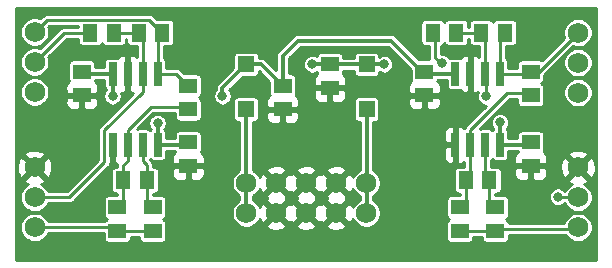
<source format=gtl>
G04 #@! TF.GenerationSoftware,KiCad,Pcbnew,(5.1.8)-1*
G04 #@! TF.CreationDate,2021-08-08T18:19:28-04:00*
G04 #@! TF.ProjectId,nearless_back_pcb,6e656172-6c65-4737-935f-6261636b5f70,rev?*
G04 #@! TF.SameCoordinates,Original*
G04 #@! TF.FileFunction,Copper,L1,Top*
G04 #@! TF.FilePolarity,Positive*
%FSLAX46Y46*%
G04 Gerber Fmt 4.6, Leading zero omitted, Abs format (unit mm)*
G04 Created by KiCad (PCBNEW (5.1.8)-1) date 2021-08-08 18:19:28*
%MOMM*%
%LPD*%
G01*
G04 APERTURE LIST*
G04 #@! TA.AperFunction,SMDPad,CuDef*
%ADD10R,1.500000X1.300000*%
G04 #@! TD*
G04 #@! TA.AperFunction,SMDPad,CuDef*
%ADD11R,1.300000X1.500000*%
G04 #@! TD*
G04 #@! TA.AperFunction,ComponentPad*
%ADD12C,1.727200*%
G04 #@! TD*
G04 #@! TA.AperFunction,SMDPad,CuDef*
%ADD13R,0.650000X2.000000*%
G04 #@! TD*
G04 #@! TA.AperFunction,SMDPad,CuDef*
%ADD14R,1.400000X1.400000*%
G04 #@! TD*
G04 #@! TA.AperFunction,ViaPad*
%ADD15C,0.800000*%
G04 #@! TD*
G04 #@! TA.AperFunction,Conductor*
%ADD16C,0.254000*%
G04 #@! TD*
G04 #@! TA.AperFunction,Conductor*
%ADD17C,0.355600*%
G04 #@! TD*
G04 #@! TA.AperFunction,Conductor*
%ADD18C,0.250000*%
G04 #@! TD*
G04 #@! TA.AperFunction,Conductor*
%ADD19C,0.100000*%
G04 #@! TD*
G04 APERTURE END LIST*
D10*
X138500000Y-59300000D03*
X138500000Y-57300000D03*
X109500000Y-59300000D03*
X109500000Y-57300000D03*
X135500000Y-59300000D03*
X135500000Y-57300000D03*
X106500000Y-59300000D03*
X106500000Y-57300000D03*
X141500000Y-47800000D03*
X141500000Y-45800000D03*
X112500000Y-49000000D03*
X112500000Y-47000000D03*
D11*
X133200000Y-42500000D03*
X135200000Y-42500000D03*
X139300000Y-42500000D03*
X137300000Y-42500000D03*
X104200000Y-42500000D03*
X106200000Y-42500000D03*
X110300000Y-42500000D03*
X108300000Y-42500000D03*
D10*
X132500000Y-45800000D03*
X132500000Y-47800000D03*
X141500000Y-53800000D03*
X141500000Y-51800000D03*
X103500000Y-45800000D03*
X103500000Y-47800000D03*
X112500000Y-53800000D03*
X112500000Y-51800000D03*
D11*
X138000000Y-55000000D03*
X136000000Y-55000000D03*
X109000000Y-55000000D03*
X107000000Y-55000000D03*
D12*
X117420000Y-57780000D03*
X117420000Y-55240000D03*
X119960000Y-57780000D03*
X119960000Y-55240000D03*
X122500000Y-57780000D03*
X122500000Y-55240000D03*
X125040000Y-57780000D03*
X125040000Y-55240000D03*
X127580000Y-57780000D03*
X127580000Y-55240000D03*
X99500000Y-59000000D03*
X99500000Y-56460000D03*
X99500000Y-53920000D03*
X145500000Y-53920000D03*
X145500000Y-56460000D03*
X145500000Y-59000000D03*
D13*
X138905000Y-52000000D03*
X137635000Y-52000000D03*
X136365000Y-52000000D03*
X135095000Y-52000000D03*
X135095000Y-46000000D03*
X136365000Y-46000000D03*
X137635000Y-46000000D03*
X138905000Y-46000000D03*
X109905000Y-52000000D03*
X108635000Y-52000000D03*
X107365000Y-52000000D03*
X106095000Y-52000000D03*
X106095000Y-46000000D03*
X107365000Y-46000000D03*
X108635000Y-46000000D03*
X109905000Y-46000000D03*
D12*
X145500000Y-47580000D03*
X145500000Y-45040000D03*
X145500000Y-42500000D03*
X99500000Y-47540000D03*
X99500000Y-45000000D03*
X99500000Y-42460000D03*
D14*
X117400000Y-45190000D03*
X117400000Y-48990000D03*
X127600000Y-48990000D03*
X127600000Y-45190000D03*
D10*
X120500000Y-46990000D03*
X120500000Y-48990000D03*
X124500000Y-47190000D03*
X124500000Y-45190000D03*
D15*
X123000000Y-45190000D03*
X129100000Y-45190000D03*
X138900000Y-50100000D03*
X109905000Y-50160000D03*
X115400000Y-47900000D03*
X106100000Y-47900000D03*
X134000000Y-45100000D03*
X143800000Y-56400000D03*
X137700000Y-47900000D03*
D16*
X108800000Y-52165000D02*
X108635000Y-52000000D01*
X108635000Y-52000000D02*
X108635000Y-53335000D01*
X109000000Y-53700000D02*
X109000000Y-55000000D01*
X108635000Y-53335000D02*
X109000000Y-53700000D01*
X109000000Y-56800000D02*
X109500000Y-57300000D01*
X109000000Y-55000000D02*
X109000000Y-56800000D01*
X107365000Y-54835000D02*
X107200000Y-55000000D01*
X107365000Y-50746000D02*
X107365000Y-52000000D01*
X109311000Y-48800000D02*
X107365000Y-50746000D01*
X112500000Y-48800000D02*
X109311000Y-48800000D01*
X107365000Y-52000000D02*
X107365000Y-53335000D01*
X107000000Y-53700000D02*
X107000000Y-55000000D01*
X107365000Y-53335000D02*
X107000000Y-53700000D01*
X107000000Y-56800000D02*
X106500000Y-57300000D01*
X107000000Y-55000000D02*
X107000000Y-56800000D01*
X137635000Y-52000000D02*
X137635000Y-51135000D01*
X137635000Y-54835000D02*
X137800000Y-55000000D01*
X137635000Y-52000000D02*
X137635000Y-54835000D01*
X138000000Y-56800000D02*
X138500000Y-57300000D01*
X138000000Y-55000000D02*
X138000000Y-56800000D01*
X139511000Y-47600000D02*
X141500000Y-47600000D01*
X136365000Y-50746000D02*
X139511000Y-47600000D01*
X136365000Y-52000000D02*
X136365000Y-50746000D01*
X136365000Y-54835000D02*
X136200000Y-55000000D01*
X136365000Y-52000000D02*
X136365000Y-54835000D01*
X136000000Y-56800000D02*
X135500000Y-57300000D01*
X136000000Y-55000000D02*
X136000000Y-56800000D01*
X99595000Y-53825000D02*
X99500000Y-53920000D01*
X112300000Y-52000000D02*
X112500000Y-52200000D01*
D17*
X109905000Y-52000000D02*
X112300000Y-52000000D01*
X127600000Y-45190000D02*
X124500000Y-45190000D01*
X123000000Y-45190000D02*
X124500000Y-45190000D01*
X138905000Y-52000000D02*
X141500000Y-52000000D01*
X127600000Y-45190000D02*
X129100000Y-45190000D01*
D16*
X138900000Y-51995000D02*
X138905000Y-52000000D01*
D17*
X138900000Y-50100000D02*
X138900000Y-51995000D01*
X109905000Y-50160000D02*
X109905000Y-52000000D01*
X118700000Y-45190000D02*
X120500000Y-46990000D01*
X117400000Y-45190000D02*
X118700000Y-45190000D01*
D16*
X106100000Y-46005000D02*
X106095000Y-46000000D01*
D17*
X106100000Y-47900000D02*
X106100000Y-46005000D01*
X103500000Y-46000000D02*
X106095000Y-46000000D01*
X132500000Y-46000000D02*
X135095000Y-46000000D01*
D18*
X132500000Y-46000000D02*
X132284999Y-46215001D01*
D17*
X120500000Y-46990000D02*
X120500000Y-44455000D01*
X120500000Y-44455000D02*
X121780000Y-43175000D01*
X129675000Y-43175000D02*
X132500000Y-46000000D01*
X121780000Y-43175000D02*
X129675000Y-43175000D01*
X115400000Y-47190000D02*
X117400000Y-45190000D01*
X115400000Y-47900000D02*
X115400000Y-47190000D01*
X127600000Y-57760000D02*
X127580000Y-57780000D01*
X127600000Y-48990000D02*
X127600000Y-57760000D01*
X117400000Y-57760000D02*
X117420000Y-57780000D01*
X117400000Y-48990000D02*
X117400000Y-57760000D01*
D16*
X104400000Y-42500000D02*
X104400000Y-42100000D01*
X102000000Y-42500000D02*
X99500000Y-45000000D01*
X104400000Y-42500000D02*
X103000000Y-42500000D01*
X103000000Y-42500000D02*
X102000000Y-42500000D01*
X109905000Y-42695000D02*
X110100000Y-42500000D01*
X109905000Y-46000000D02*
X109905000Y-42695000D01*
X100537001Y-41422999D02*
X99500000Y-42460000D01*
X109222999Y-41422999D02*
X100537001Y-41422999D01*
X110300000Y-42500000D02*
X109222999Y-41422999D01*
X111500000Y-46000000D02*
X112500000Y-47000000D01*
X109905000Y-46000000D02*
X111500000Y-46000000D01*
D18*
X134000000Y-45100000D02*
X133400000Y-44635000D01*
X133400000Y-44635000D02*
X133400000Y-42500000D01*
D16*
X138905000Y-42695000D02*
X139100000Y-42500000D01*
X138905000Y-46000000D02*
X138905000Y-42695000D01*
X138905000Y-46000000D02*
X141500000Y-46000000D01*
X142000000Y-46000000D02*
X145500000Y-42500000D01*
X141500000Y-46000000D02*
X142000000Y-46000000D01*
X145400000Y-59100000D02*
X145500000Y-59000000D01*
X138500000Y-59100000D02*
X145400000Y-59100000D01*
X135500000Y-59300000D02*
X138500000Y-59300000D01*
X137635000Y-42635000D02*
X137500000Y-42500000D01*
X137635000Y-46000000D02*
X137635000Y-42635000D01*
X137500000Y-42500000D02*
X135000000Y-42500000D01*
X143860000Y-56460000D02*
X143800000Y-56400000D01*
X145500000Y-56460000D02*
X143860000Y-56460000D01*
X137700000Y-46065000D02*
X137635000Y-46000000D01*
X137700000Y-47900000D02*
X137700000Y-46065000D01*
X108500000Y-42500000D02*
X106000000Y-42500000D01*
X108635000Y-42635000D02*
X108500000Y-42500000D01*
X108635000Y-46000000D02*
X108635000Y-42635000D01*
X99500000Y-56460000D02*
X102440000Y-56460000D01*
X102440000Y-56460000D02*
X105400000Y-53500000D01*
X105400000Y-53500000D02*
X105400000Y-50781398D01*
X105400000Y-50781398D02*
X108635000Y-47546398D01*
X108635000Y-47546398D02*
X108635000Y-46000000D01*
X106500000Y-59100000D02*
X106500000Y-59500000D01*
X99600000Y-59100000D02*
X99500000Y-59000000D01*
X106500000Y-59300000D02*
X109500000Y-59300000D01*
X106200000Y-59000000D02*
X106500000Y-59300000D01*
X99500000Y-59000000D02*
X106200000Y-59000000D01*
X147069000Y-61769000D02*
X97931000Y-61769000D01*
X97931000Y-53987993D01*
X97995685Y-53987993D01*
X98037855Y-54280164D01*
X98136214Y-54558493D01*
X98211433Y-54699218D01*
X98461896Y-54778499D01*
X99320395Y-53920000D01*
X99679605Y-53920000D01*
X100538104Y-54778499D01*
X100788567Y-54699218D01*
X100915826Y-54432859D01*
X100988675Y-54146790D01*
X101004315Y-53852007D01*
X100962145Y-53559836D01*
X100863786Y-53281507D01*
X100788567Y-53140782D01*
X100538104Y-53061501D01*
X99679605Y-53920000D01*
X99320395Y-53920000D01*
X98461896Y-53061501D01*
X98211433Y-53140782D01*
X98084174Y-53407141D01*
X98011325Y-53693210D01*
X97995685Y-53987993D01*
X97931000Y-53987993D01*
X97931000Y-52881896D01*
X98641501Y-52881896D01*
X99500000Y-53740395D01*
X100358499Y-52881896D01*
X100279218Y-52631433D01*
X100012859Y-52504174D01*
X99726790Y-52431325D01*
X99432007Y-52415685D01*
X99139836Y-52457855D01*
X98861507Y-52556214D01*
X98720782Y-52631433D01*
X98641501Y-52881896D01*
X97931000Y-52881896D01*
X97931000Y-47417418D01*
X98255400Y-47417418D01*
X98255400Y-47662582D01*
X98303229Y-47903036D01*
X98397050Y-48129539D01*
X98533256Y-48333386D01*
X98706614Y-48506744D01*
X98910461Y-48642950D01*
X99136964Y-48736771D01*
X99377418Y-48784600D01*
X99622582Y-48784600D01*
X99863036Y-48736771D01*
X100089539Y-48642950D01*
X100293386Y-48506744D01*
X100350130Y-48450000D01*
X102111928Y-48450000D01*
X102124188Y-48574482D01*
X102160498Y-48694180D01*
X102219463Y-48804494D01*
X102298815Y-48901185D01*
X102395506Y-48980537D01*
X102505820Y-49039502D01*
X102625518Y-49075812D01*
X102750000Y-49088072D01*
X103214250Y-49085000D01*
X103373000Y-48926250D01*
X103373000Y-47927000D01*
X103627000Y-47927000D01*
X103627000Y-48926250D01*
X103785750Y-49085000D01*
X104250000Y-49088072D01*
X104374482Y-49075812D01*
X104494180Y-49039502D01*
X104604494Y-48980537D01*
X104701185Y-48901185D01*
X104780537Y-48804494D01*
X104839502Y-48694180D01*
X104875812Y-48574482D01*
X104888072Y-48450000D01*
X104885000Y-48085750D01*
X104726250Y-47927000D01*
X103627000Y-47927000D01*
X103373000Y-47927000D01*
X102273750Y-47927000D01*
X102115000Y-48085750D01*
X102111928Y-48450000D01*
X100350130Y-48450000D01*
X100466744Y-48333386D01*
X100602950Y-48129539D01*
X100696771Y-47903036D01*
X100744600Y-47662582D01*
X100744600Y-47417418D01*
X100696771Y-47176964D01*
X100685603Y-47150000D01*
X102111928Y-47150000D01*
X102115000Y-47514250D01*
X102273750Y-47673000D01*
X103373000Y-47673000D01*
X103373000Y-47653000D01*
X103627000Y-47653000D01*
X103627000Y-47673000D01*
X104726250Y-47673000D01*
X104885000Y-47514250D01*
X104888072Y-47150000D01*
X104875812Y-47025518D01*
X104839502Y-46905820D01*
X104780537Y-46795506D01*
X104701185Y-46698815D01*
X104604494Y-46619463D01*
X104594334Y-46614032D01*
X104603701Y-46596508D01*
X104615140Y-46558800D01*
X105387157Y-46558800D01*
X105387157Y-47000000D01*
X105394513Y-47074689D01*
X105416299Y-47146508D01*
X105451678Y-47212696D01*
X105499289Y-47270711D01*
X105541200Y-47305106D01*
X105541200Y-47354299D01*
X105493358Y-47402141D01*
X105407887Y-47530058D01*
X105349013Y-47672191D01*
X105319000Y-47823078D01*
X105319000Y-47976922D01*
X105349013Y-48127809D01*
X105407887Y-48269942D01*
X105493358Y-48397859D01*
X105602141Y-48506642D01*
X105730058Y-48592113D01*
X105872191Y-48650987D01*
X106023078Y-48681000D01*
X106176922Y-48681000D01*
X106327809Y-48650987D01*
X106469942Y-48592113D01*
X106597859Y-48506642D01*
X106706642Y-48397859D01*
X106792113Y-48269942D01*
X106850987Y-48127809D01*
X106881000Y-47976922D01*
X106881000Y-47823078D01*
X106850987Y-47672191D01*
X106819742Y-47596759D01*
X106915518Y-47625812D01*
X107040000Y-47638072D01*
X107079250Y-47635000D01*
X107238000Y-47476250D01*
X107238000Y-46127000D01*
X107218000Y-46127000D01*
X107218000Y-45873000D01*
X107238000Y-45873000D01*
X107238000Y-44523750D01*
X107079250Y-44365000D01*
X107040000Y-44361928D01*
X106915518Y-44374188D01*
X106795820Y-44410498D01*
X106685506Y-44469463D01*
X106588815Y-44548815D01*
X106520313Y-44632286D01*
X106494689Y-44624513D01*
X106420000Y-44617157D01*
X105770000Y-44617157D01*
X105695311Y-44624513D01*
X105623492Y-44646299D01*
X105557304Y-44681678D01*
X105499289Y-44729289D01*
X105451678Y-44787304D01*
X105416299Y-44853492D01*
X105394513Y-44925311D01*
X105387157Y-45000000D01*
X105387157Y-45441200D01*
X104632843Y-45441200D01*
X104632843Y-45150000D01*
X104625487Y-45075311D01*
X104603701Y-45003492D01*
X104568322Y-44937304D01*
X104520711Y-44879289D01*
X104462696Y-44831678D01*
X104396508Y-44796299D01*
X104324689Y-44774513D01*
X104250000Y-44767157D01*
X102750000Y-44767157D01*
X102675311Y-44774513D01*
X102603492Y-44796299D01*
X102537304Y-44831678D01*
X102479289Y-44879289D01*
X102431678Y-44937304D01*
X102396299Y-45003492D01*
X102374513Y-45075311D01*
X102367157Y-45150000D01*
X102367157Y-46450000D01*
X102374513Y-46524689D01*
X102396299Y-46596508D01*
X102405666Y-46614032D01*
X102395506Y-46619463D01*
X102298815Y-46698815D01*
X102219463Y-46795506D01*
X102160498Y-46905820D01*
X102124188Y-47025518D01*
X102111928Y-47150000D01*
X100685603Y-47150000D01*
X100602950Y-46950461D01*
X100466744Y-46746614D01*
X100293386Y-46573256D01*
X100089539Y-46437050D01*
X99863036Y-46343229D01*
X99622582Y-46295400D01*
X99377418Y-46295400D01*
X99136964Y-46343229D01*
X98910461Y-46437050D01*
X98706614Y-46573256D01*
X98533256Y-46746614D01*
X98397050Y-46950461D01*
X98303229Y-47176964D01*
X98255400Y-47417418D01*
X97931000Y-47417418D01*
X97931000Y-42337418D01*
X98255400Y-42337418D01*
X98255400Y-42582582D01*
X98303229Y-42823036D01*
X98397050Y-43049539D01*
X98533256Y-43253386D01*
X98706614Y-43426744D01*
X98910461Y-43562950D01*
X99136964Y-43656771D01*
X99377418Y-43704600D01*
X99622582Y-43704600D01*
X99863036Y-43656771D01*
X100089539Y-43562950D01*
X100293386Y-43426744D01*
X100466744Y-43253386D01*
X100602950Y-43049539D01*
X100696771Y-42823036D01*
X100744600Y-42582582D01*
X100744600Y-42337418D01*
X100696771Y-42096964D01*
X100662996Y-42015424D01*
X100747421Y-41930999D01*
X103167157Y-41930999D01*
X103167157Y-41992000D01*
X102024944Y-41992000D01*
X102000000Y-41989543D01*
X101975056Y-41992000D01*
X101975053Y-41992000D01*
X101900415Y-41999351D01*
X101804657Y-42028399D01*
X101801185Y-42030255D01*
X101716404Y-42075571D01*
X101690337Y-42096964D01*
X101639052Y-42139052D01*
X101623145Y-42158435D01*
X99944576Y-43837004D01*
X99863036Y-43803229D01*
X99622582Y-43755400D01*
X99377418Y-43755400D01*
X99136964Y-43803229D01*
X98910461Y-43897050D01*
X98706614Y-44033256D01*
X98533256Y-44206614D01*
X98397050Y-44410461D01*
X98303229Y-44636964D01*
X98255400Y-44877418D01*
X98255400Y-45122582D01*
X98303229Y-45363036D01*
X98397050Y-45589539D01*
X98533256Y-45793386D01*
X98706614Y-45966744D01*
X98910461Y-46102950D01*
X99136964Y-46196771D01*
X99377418Y-46244600D01*
X99622582Y-46244600D01*
X99863036Y-46196771D01*
X100089539Y-46102950D01*
X100293386Y-45966744D01*
X100466744Y-45793386D01*
X100602950Y-45589539D01*
X100696771Y-45363036D01*
X100744600Y-45122582D01*
X100744600Y-44877418D01*
X100696771Y-44636964D01*
X100662996Y-44555424D01*
X102210420Y-43008000D01*
X103167157Y-43008000D01*
X103167157Y-43250000D01*
X103174513Y-43324689D01*
X103196299Y-43396508D01*
X103231678Y-43462696D01*
X103279289Y-43520711D01*
X103337304Y-43568322D01*
X103403492Y-43603701D01*
X103475311Y-43625487D01*
X103550000Y-43632843D01*
X104850000Y-43632843D01*
X104924689Y-43625487D01*
X104996508Y-43603701D01*
X105062696Y-43568322D01*
X105120711Y-43520711D01*
X105168322Y-43462696D01*
X105200000Y-43403432D01*
X105231678Y-43462696D01*
X105279289Y-43520711D01*
X105337304Y-43568322D01*
X105403492Y-43603701D01*
X105475311Y-43625487D01*
X105550000Y-43632843D01*
X106850000Y-43632843D01*
X106924689Y-43625487D01*
X106996508Y-43603701D01*
X107062696Y-43568322D01*
X107120711Y-43520711D01*
X107168322Y-43462696D01*
X107203701Y-43396508D01*
X107225487Y-43324689D01*
X107232843Y-43250000D01*
X107232843Y-43008000D01*
X107267157Y-43008000D01*
X107267157Y-43250000D01*
X107274513Y-43324689D01*
X107296299Y-43396508D01*
X107331678Y-43462696D01*
X107379289Y-43520711D01*
X107437304Y-43568322D01*
X107503492Y-43603701D01*
X107575311Y-43625487D01*
X107650000Y-43632843D01*
X108127001Y-43632843D01*
X108127000Y-44537174D01*
X108044494Y-44469463D01*
X107934180Y-44410498D01*
X107814482Y-44374188D01*
X107690000Y-44361928D01*
X107650750Y-44365000D01*
X107492000Y-44523750D01*
X107492000Y-45873000D01*
X107512000Y-45873000D01*
X107512000Y-46127000D01*
X107492000Y-46127000D01*
X107492000Y-47476250D01*
X107650750Y-47635000D01*
X107690000Y-47638072D01*
X107814482Y-47625812D01*
X107847043Y-47615935D01*
X105058430Y-50404548D01*
X105039053Y-50420450D01*
X105023151Y-50439827D01*
X105023150Y-50439828D01*
X104975571Y-50497803D01*
X104947320Y-50550658D01*
X104928400Y-50586055D01*
X104906619Y-50657859D01*
X104899352Y-50681814D01*
X104889543Y-50781398D01*
X104892001Y-50806352D01*
X104892000Y-53289579D01*
X102229580Y-55952000D01*
X100636725Y-55952000D01*
X100602950Y-55870461D01*
X100466744Y-55666614D01*
X100293386Y-55493256D01*
X100089539Y-55357050D01*
X100016632Y-55326851D01*
X100138493Y-55283786D01*
X100279218Y-55208567D01*
X100358499Y-54958104D01*
X99500000Y-54099605D01*
X98641501Y-54958104D01*
X98720782Y-55208567D01*
X98975327Y-55330182D01*
X98910461Y-55357050D01*
X98706614Y-55493256D01*
X98533256Y-55666614D01*
X98397050Y-55870461D01*
X98303229Y-56096964D01*
X98255400Y-56337418D01*
X98255400Y-56582582D01*
X98303229Y-56823036D01*
X98397050Y-57049539D01*
X98533256Y-57253386D01*
X98706614Y-57426744D01*
X98910461Y-57562950D01*
X99136964Y-57656771D01*
X99377418Y-57704600D01*
X99622582Y-57704600D01*
X99863036Y-57656771D01*
X100089539Y-57562950D01*
X100293386Y-57426744D01*
X100466744Y-57253386D01*
X100602950Y-57049539D01*
X100636725Y-56968000D01*
X102415056Y-56968000D01*
X102440000Y-56970457D01*
X102464944Y-56968000D01*
X102464947Y-56968000D01*
X102539585Y-56960649D01*
X102635343Y-56931601D01*
X102723595Y-56884429D01*
X102800948Y-56820948D01*
X102816855Y-56801565D01*
X105741571Y-53876850D01*
X105760948Y-53860948D01*
X105805549Y-53806601D01*
X105824429Y-53783596D01*
X105871600Y-53695345D01*
X105877295Y-53676571D01*
X105900649Y-53599585D01*
X105906765Y-53537485D01*
X105968000Y-53476250D01*
X105968000Y-52127000D01*
X105948000Y-52127000D01*
X105948000Y-51873000D01*
X105968000Y-51873000D01*
X105968000Y-51853000D01*
X106222000Y-51853000D01*
X106222000Y-51873000D01*
X106242000Y-51873000D01*
X106242000Y-52127000D01*
X106222000Y-52127000D01*
X106222000Y-53476250D01*
X106380750Y-53635000D01*
X106420000Y-53638072D01*
X106496383Y-53630549D01*
X106492202Y-53673000D01*
X106489543Y-53700000D01*
X106492000Y-53724945D01*
X106492000Y-53867157D01*
X106350000Y-53867157D01*
X106275311Y-53874513D01*
X106203492Y-53896299D01*
X106137304Y-53931678D01*
X106079289Y-53979289D01*
X106031678Y-54037304D01*
X105996299Y-54103492D01*
X105974513Y-54175311D01*
X105967157Y-54250000D01*
X105967157Y-55750000D01*
X105974513Y-55824689D01*
X105996299Y-55896508D01*
X106031678Y-55962696D01*
X106079289Y-56020711D01*
X106137304Y-56068322D01*
X106203492Y-56103701D01*
X106275311Y-56125487D01*
X106350000Y-56132843D01*
X106492001Y-56132843D01*
X106492001Y-56267157D01*
X105750000Y-56267157D01*
X105675311Y-56274513D01*
X105603492Y-56296299D01*
X105537304Y-56331678D01*
X105479289Y-56379289D01*
X105431678Y-56437304D01*
X105396299Y-56503492D01*
X105374513Y-56575311D01*
X105367157Y-56650000D01*
X105367157Y-57950000D01*
X105374513Y-58024689D01*
X105396299Y-58096508D01*
X105431678Y-58162696D01*
X105479289Y-58220711D01*
X105537304Y-58268322D01*
X105596568Y-58300000D01*
X105537304Y-58331678D01*
X105479289Y-58379289D01*
X105431678Y-58437304D01*
X105402442Y-58492000D01*
X100636725Y-58492000D01*
X100602950Y-58410461D01*
X100466744Y-58206614D01*
X100293386Y-58033256D01*
X100089539Y-57897050D01*
X99863036Y-57803229D01*
X99622582Y-57755400D01*
X99377418Y-57755400D01*
X99136964Y-57803229D01*
X98910461Y-57897050D01*
X98706614Y-58033256D01*
X98533256Y-58206614D01*
X98397050Y-58410461D01*
X98303229Y-58636964D01*
X98255400Y-58877418D01*
X98255400Y-59122582D01*
X98303229Y-59363036D01*
X98397050Y-59589539D01*
X98533256Y-59793386D01*
X98706614Y-59966744D01*
X98910461Y-60102950D01*
X99136964Y-60196771D01*
X99377418Y-60244600D01*
X99622582Y-60244600D01*
X99863036Y-60196771D01*
X100089539Y-60102950D01*
X100293386Y-59966744D01*
X100466744Y-59793386D01*
X100602950Y-59589539D01*
X100636725Y-59508000D01*
X105367157Y-59508000D01*
X105367157Y-59950000D01*
X105374513Y-60024689D01*
X105396299Y-60096508D01*
X105431678Y-60162696D01*
X105479289Y-60220711D01*
X105537304Y-60268322D01*
X105603492Y-60303701D01*
X105675311Y-60325487D01*
X105750000Y-60332843D01*
X107250000Y-60332843D01*
X107324689Y-60325487D01*
X107396508Y-60303701D01*
X107462696Y-60268322D01*
X107520711Y-60220711D01*
X107568322Y-60162696D01*
X107603701Y-60096508D01*
X107625487Y-60024689D01*
X107632843Y-59950000D01*
X107632843Y-59808000D01*
X108367157Y-59808000D01*
X108367157Y-59950000D01*
X108374513Y-60024689D01*
X108396299Y-60096508D01*
X108431678Y-60162696D01*
X108479289Y-60220711D01*
X108537304Y-60268322D01*
X108603492Y-60303701D01*
X108675311Y-60325487D01*
X108750000Y-60332843D01*
X110250000Y-60332843D01*
X110324689Y-60325487D01*
X110396508Y-60303701D01*
X110462696Y-60268322D01*
X110520711Y-60220711D01*
X110568322Y-60162696D01*
X110603701Y-60096508D01*
X110625487Y-60024689D01*
X110632843Y-59950000D01*
X110632843Y-58650000D01*
X110625487Y-58575311D01*
X110603701Y-58503492D01*
X110568322Y-58437304D01*
X110520711Y-58379289D01*
X110462696Y-58331678D01*
X110403432Y-58300000D01*
X110462696Y-58268322D01*
X110520711Y-58220711D01*
X110568322Y-58162696D01*
X110603701Y-58096508D01*
X110625487Y-58024689D01*
X110632843Y-57950000D01*
X110632843Y-56650000D01*
X110625487Y-56575311D01*
X110603701Y-56503492D01*
X110568322Y-56437304D01*
X110520711Y-56379289D01*
X110462696Y-56331678D01*
X110396508Y-56296299D01*
X110324689Y-56274513D01*
X110250000Y-56267157D01*
X109508000Y-56267157D01*
X109508000Y-56132843D01*
X109650000Y-56132843D01*
X109724689Y-56125487D01*
X109796508Y-56103701D01*
X109862696Y-56068322D01*
X109920711Y-56020711D01*
X109968322Y-55962696D01*
X110003701Y-55896508D01*
X110025487Y-55824689D01*
X110032843Y-55750000D01*
X110032843Y-55117418D01*
X116175400Y-55117418D01*
X116175400Y-55362582D01*
X116223229Y-55603036D01*
X116317050Y-55829539D01*
X116453256Y-56033386D01*
X116626614Y-56206744D01*
X116830461Y-56342950D01*
X116841201Y-56347399D01*
X116841201Y-56672601D01*
X116830461Y-56677050D01*
X116626614Y-56813256D01*
X116453256Y-56986614D01*
X116317050Y-57190461D01*
X116223229Y-57416964D01*
X116175400Y-57657418D01*
X116175400Y-57902582D01*
X116223229Y-58143036D01*
X116317050Y-58369539D01*
X116453256Y-58573386D01*
X116626614Y-58746744D01*
X116830461Y-58882950D01*
X117056964Y-58976771D01*
X117297418Y-59024600D01*
X117542582Y-59024600D01*
X117783036Y-58976771D01*
X118009539Y-58882950D01*
X118106588Y-58818104D01*
X119101501Y-58818104D01*
X119180782Y-59068567D01*
X119447141Y-59195826D01*
X119733210Y-59268675D01*
X120027993Y-59284315D01*
X120320164Y-59242145D01*
X120598493Y-59143786D01*
X120739218Y-59068567D01*
X120818499Y-58818104D01*
X121641501Y-58818104D01*
X121720782Y-59068567D01*
X121987141Y-59195826D01*
X122273210Y-59268675D01*
X122567993Y-59284315D01*
X122860164Y-59242145D01*
X123138493Y-59143786D01*
X123279218Y-59068567D01*
X123358499Y-58818104D01*
X124181501Y-58818104D01*
X124260782Y-59068567D01*
X124527141Y-59195826D01*
X124813210Y-59268675D01*
X125107993Y-59284315D01*
X125400164Y-59242145D01*
X125678493Y-59143786D01*
X125819218Y-59068567D01*
X125898499Y-58818104D01*
X125040000Y-57959605D01*
X124181501Y-58818104D01*
X123358499Y-58818104D01*
X122500000Y-57959605D01*
X121641501Y-58818104D01*
X120818499Y-58818104D01*
X119960000Y-57959605D01*
X119101501Y-58818104D01*
X118106588Y-58818104D01*
X118213386Y-58746744D01*
X118386744Y-58573386D01*
X118522950Y-58369539D01*
X118553149Y-58296632D01*
X118596214Y-58418493D01*
X118671433Y-58559218D01*
X118921896Y-58638499D01*
X119780395Y-57780000D01*
X120139605Y-57780000D01*
X120998104Y-58638499D01*
X121230000Y-58565095D01*
X121461896Y-58638499D01*
X122320395Y-57780000D01*
X122679605Y-57780000D01*
X123538104Y-58638499D01*
X123770000Y-58565095D01*
X124001896Y-58638499D01*
X124860395Y-57780000D01*
X124001896Y-56921501D01*
X123770000Y-56994905D01*
X123538104Y-56921501D01*
X122679605Y-57780000D01*
X122320395Y-57780000D01*
X121461896Y-56921501D01*
X121230000Y-56994905D01*
X120998104Y-56921501D01*
X120139605Y-57780000D01*
X119780395Y-57780000D01*
X118921896Y-56921501D01*
X118671433Y-57000782D01*
X118549818Y-57255327D01*
X118522950Y-57190461D01*
X118386744Y-56986614D01*
X118213386Y-56813256D01*
X118009539Y-56677050D01*
X117958800Y-56656033D01*
X117958800Y-56363967D01*
X118009539Y-56342950D01*
X118106588Y-56278104D01*
X119101501Y-56278104D01*
X119174905Y-56510000D01*
X119101501Y-56741896D01*
X119960000Y-57600395D01*
X120818499Y-56741896D01*
X120745095Y-56510000D01*
X120818499Y-56278104D01*
X121641501Y-56278104D01*
X121714905Y-56510000D01*
X121641501Y-56741896D01*
X122500000Y-57600395D01*
X123358499Y-56741896D01*
X123285095Y-56510000D01*
X123358499Y-56278104D01*
X124181501Y-56278104D01*
X124254905Y-56510000D01*
X124181501Y-56741896D01*
X125040000Y-57600395D01*
X125898499Y-56741896D01*
X125825095Y-56510000D01*
X125898499Y-56278104D01*
X125040000Y-55419605D01*
X124181501Y-56278104D01*
X123358499Y-56278104D01*
X122500000Y-55419605D01*
X121641501Y-56278104D01*
X120818499Y-56278104D01*
X119960000Y-55419605D01*
X119101501Y-56278104D01*
X118106588Y-56278104D01*
X118213386Y-56206744D01*
X118386744Y-56033386D01*
X118522950Y-55829539D01*
X118553149Y-55756632D01*
X118596214Y-55878493D01*
X118671433Y-56019218D01*
X118921896Y-56098499D01*
X119780395Y-55240000D01*
X120139605Y-55240000D01*
X120998104Y-56098499D01*
X121230000Y-56025095D01*
X121461896Y-56098499D01*
X122320395Y-55240000D01*
X122679605Y-55240000D01*
X123538104Y-56098499D01*
X123770000Y-56025095D01*
X124001896Y-56098499D01*
X124860395Y-55240000D01*
X125219605Y-55240000D01*
X126078104Y-56098499D01*
X126328567Y-56019218D01*
X126450182Y-55764673D01*
X126477050Y-55829539D01*
X126613256Y-56033386D01*
X126786614Y-56206744D01*
X126990461Y-56342950D01*
X127041201Y-56363967D01*
X127041201Y-56656033D01*
X126990461Y-56677050D01*
X126786614Y-56813256D01*
X126613256Y-56986614D01*
X126477050Y-57190461D01*
X126446851Y-57263368D01*
X126403786Y-57141507D01*
X126328567Y-57000782D01*
X126078104Y-56921501D01*
X125219605Y-57780000D01*
X126078104Y-58638499D01*
X126328567Y-58559218D01*
X126450182Y-58304673D01*
X126477050Y-58369539D01*
X126613256Y-58573386D01*
X126786614Y-58746744D01*
X126990461Y-58882950D01*
X127216964Y-58976771D01*
X127457418Y-59024600D01*
X127702582Y-59024600D01*
X127943036Y-58976771D01*
X128169539Y-58882950D01*
X128373386Y-58746744D01*
X128546744Y-58573386D01*
X128682950Y-58369539D01*
X128776771Y-58143036D01*
X128824600Y-57902582D01*
X128824600Y-57657418D01*
X128776771Y-57416964D01*
X128682950Y-57190461D01*
X128546744Y-56986614D01*
X128373386Y-56813256D01*
X128169539Y-56677050D01*
X128158800Y-56672602D01*
X128158800Y-56347398D01*
X128169539Y-56342950D01*
X128373386Y-56206744D01*
X128546744Y-56033386D01*
X128682950Y-55829539D01*
X128776771Y-55603036D01*
X128824600Y-55362582D01*
X128824600Y-55117418D01*
X128776771Y-54876964D01*
X128682950Y-54650461D01*
X128546744Y-54446614D01*
X128373386Y-54273256D01*
X128169539Y-54137050D01*
X128158800Y-54132602D01*
X128158800Y-53000000D01*
X134131928Y-53000000D01*
X134144188Y-53124482D01*
X134180498Y-53244180D01*
X134239463Y-53354494D01*
X134318815Y-53451185D01*
X134415506Y-53530537D01*
X134525820Y-53589502D01*
X134645518Y-53625812D01*
X134770000Y-53638072D01*
X134809250Y-53635000D01*
X134968000Y-53476250D01*
X134968000Y-52127000D01*
X134293750Y-52127000D01*
X134135000Y-52285750D01*
X134131928Y-53000000D01*
X128158800Y-53000000D01*
X128158800Y-51000000D01*
X134131928Y-51000000D01*
X134135000Y-51714250D01*
X134293750Y-51873000D01*
X134968000Y-51873000D01*
X134968000Y-50523750D01*
X134809250Y-50365000D01*
X134770000Y-50361928D01*
X134645518Y-50374188D01*
X134525820Y-50410498D01*
X134415506Y-50469463D01*
X134318815Y-50548815D01*
X134239463Y-50645506D01*
X134180498Y-50755820D01*
X134144188Y-50875518D01*
X134131928Y-51000000D01*
X128158800Y-51000000D01*
X128158800Y-50072843D01*
X128300000Y-50072843D01*
X128374689Y-50065487D01*
X128446508Y-50043701D01*
X128512696Y-50008322D01*
X128570711Y-49960711D01*
X128618322Y-49902696D01*
X128653701Y-49836508D01*
X128675487Y-49764689D01*
X128682843Y-49690000D01*
X128682843Y-48450000D01*
X131111928Y-48450000D01*
X131124188Y-48574482D01*
X131160498Y-48694180D01*
X131219463Y-48804494D01*
X131298815Y-48901185D01*
X131395506Y-48980537D01*
X131505820Y-49039502D01*
X131625518Y-49075812D01*
X131750000Y-49088072D01*
X132214250Y-49085000D01*
X132373000Y-48926250D01*
X132373000Y-47927000D01*
X132627000Y-47927000D01*
X132627000Y-48926250D01*
X132785750Y-49085000D01*
X133250000Y-49088072D01*
X133374482Y-49075812D01*
X133494180Y-49039502D01*
X133604494Y-48980537D01*
X133701185Y-48901185D01*
X133780537Y-48804494D01*
X133839502Y-48694180D01*
X133875812Y-48574482D01*
X133888072Y-48450000D01*
X133885000Y-48085750D01*
X133726250Y-47927000D01*
X132627000Y-47927000D01*
X132373000Y-47927000D01*
X131273750Y-47927000D01*
X131115000Y-48085750D01*
X131111928Y-48450000D01*
X128682843Y-48450000D01*
X128682843Y-48290000D01*
X128675487Y-48215311D01*
X128653701Y-48143492D01*
X128618322Y-48077304D01*
X128570711Y-48019289D01*
X128512696Y-47971678D01*
X128446508Y-47936299D01*
X128374689Y-47914513D01*
X128300000Y-47907157D01*
X126900000Y-47907157D01*
X126825311Y-47914513D01*
X126753492Y-47936299D01*
X126687304Y-47971678D01*
X126629289Y-48019289D01*
X126581678Y-48077304D01*
X126546299Y-48143492D01*
X126524513Y-48215311D01*
X126517157Y-48290000D01*
X126517157Y-49690000D01*
X126524513Y-49764689D01*
X126546299Y-49836508D01*
X126581678Y-49902696D01*
X126629289Y-49960711D01*
X126687304Y-50008322D01*
X126753492Y-50043701D01*
X126825311Y-50065487D01*
X126900000Y-50072843D01*
X127041200Y-50072843D01*
X127041201Y-54116033D01*
X126990461Y-54137050D01*
X126786614Y-54273256D01*
X126613256Y-54446614D01*
X126477050Y-54650461D01*
X126446851Y-54723368D01*
X126403786Y-54601507D01*
X126328567Y-54460782D01*
X126078104Y-54381501D01*
X125219605Y-55240000D01*
X124860395Y-55240000D01*
X124001896Y-54381501D01*
X123770000Y-54454905D01*
X123538104Y-54381501D01*
X122679605Y-55240000D01*
X122320395Y-55240000D01*
X121461896Y-54381501D01*
X121230000Y-54454905D01*
X120998104Y-54381501D01*
X120139605Y-55240000D01*
X119780395Y-55240000D01*
X118921896Y-54381501D01*
X118671433Y-54460782D01*
X118549818Y-54715327D01*
X118522950Y-54650461D01*
X118386744Y-54446614D01*
X118213386Y-54273256D01*
X118106589Y-54201896D01*
X119101501Y-54201896D01*
X119960000Y-55060395D01*
X120818499Y-54201896D01*
X121641501Y-54201896D01*
X122500000Y-55060395D01*
X123358499Y-54201896D01*
X124181501Y-54201896D01*
X125040000Y-55060395D01*
X125898499Y-54201896D01*
X125819218Y-53951433D01*
X125552859Y-53824174D01*
X125266790Y-53751325D01*
X124972007Y-53735685D01*
X124679836Y-53777855D01*
X124401507Y-53876214D01*
X124260782Y-53951433D01*
X124181501Y-54201896D01*
X123358499Y-54201896D01*
X123279218Y-53951433D01*
X123012859Y-53824174D01*
X122726790Y-53751325D01*
X122432007Y-53735685D01*
X122139836Y-53777855D01*
X121861507Y-53876214D01*
X121720782Y-53951433D01*
X121641501Y-54201896D01*
X120818499Y-54201896D01*
X120739218Y-53951433D01*
X120472859Y-53824174D01*
X120186790Y-53751325D01*
X119892007Y-53735685D01*
X119599836Y-53777855D01*
X119321507Y-53876214D01*
X119180782Y-53951433D01*
X119101501Y-54201896D01*
X118106589Y-54201896D01*
X118009539Y-54137050D01*
X117958800Y-54116033D01*
X117958800Y-50072843D01*
X118100000Y-50072843D01*
X118174689Y-50065487D01*
X118246508Y-50043701D01*
X118312696Y-50008322D01*
X118370711Y-49960711D01*
X118418322Y-49902696D01*
X118453701Y-49836508D01*
X118475487Y-49764689D01*
X118482843Y-49690000D01*
X118482843Y-49640000D01*
X119111928Y-49640000D01*
X119124188Y-49764482D01*
X119160498Y-49884180D01*
X119219463Y-49994494D01*
X119298815Y-50091185D01*
X119395506Y-50170537D01*
X119505820Y-50229502D01*
X119625518Y-50265812D01*
X119750000Y-50278072D01*
X120214250Y-50275000D01*
X120373000Y-50116250D01*
X120373000Y-49117000D01*
X120627000Y-49117000D01*
X120627000Y-50116250D01*
X120785750Y-50275000D01*
X121250000Y-50278072D01*
X121374482Y-50265812D01*
X121494180Y-50229502D01*
X121604494Y-50170537D01*
X121701185Y-50091185D01*
X121780537Y-49994494D01*
X121839502Y-49884180D01*
X121875812Y-49764482D01*
X121888072Y-49640000D01*
X121885000Y-49275750D01*
X121726250Y-49117000D01*
X120627000Y-49117000D01*
X120373000Y-49117000D01*
X119273750Y-49117000D01*
X119115000Y-49275750D01*
X119111928Y-49640000D01*
X118482843Y-49640000D01*
X118482843Y-48290000D01*
X118475487Y-48215311D01*
X118453701Y-48143492D01*
X118418322Y-48077304D01*
X118370711Y-48019289D01*
X118312696Y-47971678D01*
X118246508Y-47936299D01*
X118174689Y-47914513D01*
X118100000Y-47907157D01*
X116700000Y-47907157D01*
X116625311Y-47914513D01*
X116553492Y-47936299D01*
X116487304Y-47971678D01*
X116429289Y-48019289D01*
X116381678Y-48077304D01*
X116346299Y-48143492D01*
X116324513Y-48215311D01*
X116317157Y-48290000D01*
X116317157Y-49690000D01*
X116324513Y-49764689D01*
X116346299Y-49836508D01*
X116381678Y-49902696D01*
X116429289Y-49960711D01*
X116487304Y-50008322D01*
X116553492Y-50043701D01*
X116625311Y-50065487D01*
X116700000Y-50072843D01*
X116841200Y-50072843D01*
X116841201Y-54132601D01*
X116830461Y-54137050D01*
X116626614Y-54273256D01*
X116453256Y-54446614D01*
X116317050Y-54650461D01*
X116223229Y-54876964D01*
X116175400Y-55117418D01*
X110032843Y-55117418D01*
X110032843Y-54450000D01*
X111111928Y-54450000D01*
X111124188Y-54574482D01*
X111160498Y-54694180D01*
X111219463Y-54804494D01*
X111298815Y-54901185D01*
X111395506Y-54980537D01*
X111505820Y-55039502D01*
X111625518Y-55075812D01*
X111750000Y-55088072D01*
X112214250Y-55085000D01*
X112373000Y-54926250D01*
X112373000Y-53927000D01*
X112627000Y-53927000D01*
X112627000Y-54926250D01*
X112785750Y-55085000D01*
X113250000Y-55088072D01*
X113374482Y-55075812D01*
X113494180Y-55039502D01*
X113604494Y-54980537D01*
X113701185Y-54901185D01*
X113780537Y-54804494D01*
X113839502Y-54694180D01*
X113875812Y-54574482D01*
X113888072Y-54450000D01*
X113885000Y-54085750D01*
X113726250Y-53927000D01*
X112627000Y-53927000D01*
X112373000Y-53927000D01*
X111273750Y-53927000D01*
X111115000Y-54085750D01*
X111111928Y-54450000D01*
X110032843Y-54450000D01*
X110032843Y-54250000D01*
X110025487Y-54175311D01*
X110003701Y-54103492D01*
X109968322Y-54037304D01*
X109920711Y-53979289D01*
X109862696Y-53931678D01*
X109796508Y-53896299D01*
X109724689Y-53874513D01*
X109650000Y-53867157D01*
X109508000Y-53867157D01*
X109508000Y-53724944D01*
X109510457Y-53700000D01*
X109507798Y-53673000D01*
X109500649Y-53600415D01*
X109471601Y-53504657D01*
X109449643Y-53463576D01*
X109424429Y-53416404D01*
X109376850Y-53358429D01*
X109360948Y-53339052D01*
X109341570Y-53323149D01*
X109257044Y-53238623D01*
X109270000Y-53222837D01*
X109309289Y-53270711D01*
X109367304Y-53318322D01*
X109433492Y-53353701D01*
X109505311Y-53375487D01*
X109580000Y-53382843D01*
X110230000Y-53382843D01*
X110304689Y-53375487D01*
X110376508Y-53353701D01*
X110442696Y-53318322D01*
X110500711Y-53270711D01*
X110548322Y-53212696D01*
X110583701Y-53146508D01*
X110605487Y-53074689D01*
X110612843Y-53000000D01*
X110612843Y-52558800D01*
X111384860Y-52558800D01*
X111396299Y-52596508D01*
X111405666Y-52614032D01*
X111395506Y-52619463D01*
X111298815Y-52698815D01*
X111219463Y-52795506D01*
X111160498Y-52905820D01*
X111124188Y-53025518D01*
X111111928Y-53150000D01*
X111115000Y-53514250D01*
X111273750Y-53673000D01*
X112373000Y-53673000D01*
X112373000Y-53653000D01*
X112627000Y-53653000D01*
X112627000Y-53673000D01*
X113726250Y-53673000D01*
X113885000Y-53514250D01*
X113888072Y-53150000D01*
X113875812Y-53025518D01*
X113839502Y-52905820D01*
X113780537Y-52795506D01*
X113701185Y-52698815D01*
X113604494Y-52619463D01*
X113594334Y-52614032D01*
X113603701Y-52596508D01*
X113625487Y-52524689D01*
X113632843Y-52450000D01*
X113632843Y-51150000D01*
X113625487Y-51075311D01*
X113603701Y-51003492D01*
X113568322Y-50937304D01*
X113520711Y-50879289D01*
X113462696Y-50831678D01*
X113396508Y-50796299D01*
X113324689Y-50774513D01*
X113250000Y-50767157D01*
X111750000Y-50767157D01*
X111675311Y-50774513D01*
X111603492Y-50796299D01*
X111537304Y-50831678D01*
X111479289Y-50879289D01*
X111431678Y-50937304D01*
X111396299Y-51003492D01*
X111374513Y-51075311D01*
X111367157Y-51150000D01*
X111367157Y-51441200D01*
X110612843Y-51441200D01*
X110612843Y-51000000D01*
X110605487Y-50925311D01*
X110583701Y-50853492D01*
X110548322Y-50787304D01*
X110500711Y-50729289D01*
X110467482Y-50702019D01*
X110511642Y-50657859D01*
X110597113Y-50529942D01*
X110655987Y-50387809D01*
X110686000Y-50236922D01*
X110686000Y-50083078D01*
X110655987Y-49932191D01*
X110597113Y-49790058D01*
X110511642Y-49662141D01*
X110402859Y-49553358D01*
X110274942Y-49467887D01*
X110132809Y-49409013D01*
X109981922Y-49379000D01*
X109828078Y-49379000D01*
X109677191Y-49409013D01*
X109535058Y-49467887D01*
X109407141Y-49553358D01*
X109298358Y-49662141D01*
X109212887Y-49790058D01*
X109154013Y-49932191D01*
X109124000Y-50083078D01*
X109124000Y-50236922D01*
X109154013Y-50387809D01*
X109212887Y-50529942D01*
X109298358Y-50657859D01*
X109342518Y-50702019D01*
X109309289Y-50729289D01*
X109270000Y-50777163D01*
X109230711Y-50729289D01*
X109172696Y-50681678D01*
X109106508Y-50646299D01*
X109034689Y-50624513D01*
X108960000Y-50617157D01*
X108310000Y-50617157D01*
X108235311Y-50624513D01*
X108191668Y-50637752D01*
X109521420Y-49308000D01*
X111367157Y-49308000D01*
X111367157Y-49650000D01*
X111374513Y-49724689D01*
X111396299Y-49796508D01*
X111431678Y-49862696D01*
X111479289Y-49920711D01*
X111537304Y-49968322D01*
X111603492Y-50003701D01*
X111675311Y-50025487D01*
X111750000Y-50032843D01*
X113250000Y-50032843D01*
X113324689Y-50025487D01*
X113396508Y-50003701D01*
X113462696Y-49968322D01*
X113520711Y-49920711D01*
X113568322Y-49862696D01*
X113603701Y-49796508D01*
X113625487Y-49724689D01*
X113632843Y-49650000D01*
X113632843Y-48350000D01*
X113625487Y-48275311D01*
X113603701Y-48203492D01*
X113568322Y-48137304D01*
X113520711Y-48079289D01*
X113462696Y-48031678D01*
X113403432Y-48000000D01*
X113462696Y-47968322D01*
X113520711Y-47920711D01*
X113568322Y-47862696D01*
X113589498Y-47823078D01*
X114619000Y-47823078D01*
X114619000Y-47976922D01*
X114649013Y-48127809D01*
X114707887Y-48269942D01*
X114793358Y-48397859D01*
X114902141Y-48506642D01*
X115030058Y-48592113D01*
X115172191Y-48650987D01*
X115323078Y-48681000D01*
X115476922Y-48681000D01*
X115627809Y-48650987D01*
X115769942Y-48592113D01*
X115897859Y-48506642D01*
X116006642Y-48397859D01*
X116092113Y-48269942D01*
X116150987Y-48127809D01*
X116181000Y-47976922D01*
X116181000Y-47823078D01*
X116150987Y-47672191D01*
X116092113Y-47530058D01*
X116006642Y-47402141D01*
X115992382Y-47387881D01*
X117107420Y-46272843D01*
X118100000Y-46272843D01*
X118174689Y-46265487D01*
X118246508Y-46243701D01*
X118312696Y-46208322D01*
X118370711Y-46160711D01*
X118418322Y-46102696D01*
X118453701Y-46036508D01*
X118475487Y-45964689D01*
X118482843Y-45890000D01*
X118482843Y-45763105D01*
X119367157Y-46647419D01*
X119367157Y-47640000D01*
X119374513Y-47714689D01*
X119396299Y-47786508D01*
X119405666Y-47804032D01*
X119395506Y-47809463D01*
X119298815Y-47888815D01*
X119219463Y-47985506D01*
X119160498Y-48095820D01*
X119124188Y-48215518D01*
X119111928Y-48340000D01*
X119115000Y-48704250D01*
X119273750Y-48863000D01*
X120373000Y-48863000D01*
X120373000Y-48843000D01*
X120627000Y-48843000D01*
X120627000Y-48863000D01*
X121726250Y-48863000D01*
X121885000Y-48704250D01*
X121888072Y-48340000D01*
X121875812Y-48215518D01*
X121839502Y-48095820D01*
X121780537Y-47985506D01*
X121701185Y-47888815D01*
X121641704Y-47840000D01*
X123111928Y-47840000D01*
X123124188Y-47964482D01*
X123160498Y-48084180D01*
X123219463Y-48194494D01*
X123298815Y-48291185D01*
X123395506Y-48370537D01*
X123505820Y-48429502D01*
X123625518Y-48465812D01*
X123750000Y-48478072D01*
X124214250Y-48475000D01*
X124373000Y-48316250D01*
X124373000Y-47317000D01*
X124627000Y-47317000D01*
X124627000Y-48316250D01*
X124785750Y-48475000D01*
X125250000Y-48478072D01*
X125374482Y-48465812D01*
X125494180Y-48429502D01*
X125604494Y-48370537D01*
X125701185Y-48291185D01*
X125780537Y-48194494D01*
X125839502Y-48084180D01*
X125875812Y-47964482D01*
X125888072Y-47840000D01*
X125885000Y-47475750D01*
X125726250Y-47317000D01*
X124627000Y-47317000D01*
X124373000Y-47317000D01*
X123273750Y-47317000D01*
X123115000Y-47475750D01*
X123111928Y-47840000D01*
X121641704Y-47840000D01*
X121604494Y-47809463D01*
X121594334Y-47804032D01*
X121603701Y-47786508D01*
X121625487Y-47714689D01*
X121632843Y-47640000D01*
X121632843Y-46340000D01*
X121625487Y-46265311D01*
X121603701Y-46193492D01*
X121568322Y-46127304D01*
X121520711Y-46069289D01*
X121462696Y-46021678D01*
X121396508Y-45986299D01*
X121324689Y-45964513D01*
X121250000Y-45957157D01*
X121058800Y-45957157D01*
X121058800Y-45113078D01*
X122219000Y-45113078D01*
X122219000Y-45266922D01*
X122249013Y-45417809D01*
X122307887Y-45559942D01*
X122393358Y-45687859D01*
X122502141Y-45796642D01*
X122630058Y-45882113D01*
X122772191Y-45940987D01*
X122923078Y-45971000D01*
X123076922Y-45971000D01*
X123227809Y-45940987D01*
X123369942Y-45882113D01*
X123371221Y-45881259D01*
X123374513Y-45914689D01*
X123396299Y-45986508D01*
X123405666Y-46004032D01*
X123395506Y-46009463D01*
X123298815Y-46088815D01*
X123219463Y-46185506D01*
X123160498Y-46295820D01*
X123124188Y-46415518D01*
X123111928Y-46540000D01*
X123115000Y-46904250D01*
X123273750Y-47063000D01*
X124373000Y-47063000D01*
X124373000Y-47043000D01*
X124627000Y-47043000D01*
X124627000Y-47063000D01*
X125726250Y-47063000D01*
X125885000Y-46904250D01*
X125888072Y-46540000D01*
X125875812Y-46415518D01*
X125839502Y-46295820D01*
X125780537Y-46185506D01*
X125701185Y-46088815D01*
X125604494Y-46009463D01*
X125594334Y-46004032D01*
X125603701Y-45986508D01*
X125625487Y-45914689D01*
X125632843Y-45840000D01*
X125632843Y-45748800D01*
X126517157Y-45748800D01*
X126517157Y-45890000D01*
X126524513Y-45964689D01*
X126546299Y-46036508D01*
X126581678Y-46102696D01*
X126629289Y-46160711D01*
X126687304Y-46208322D01*
X126753492Y-46243701D01*
X126825311Y-46265487D01*
X126900000Y-46272843D01*
X128300000Y-46272843D01*
X128374689Y-46265487D01*
X128446508Y-46243701D01*
X128512696Y-46208322D01*
X128570711Y-46160711D01*
X128618322Y-46102696D01*
X128653701Y-46036508D01*
X128675487Y-45964689D01*
X128682843Y-45890000D01*
X128682843Y-45850565D01*
X128730058Y-45882113D01*
X128872191Y-45940987D01*
X129023078Y-45971000D01*
X129176922Y-45971000D01*
X129327809Y-45940987D01*
X129469942Y-45882113D01*
X129597859Y-45796642D01*
X129706642Y-45687859D01*
X129792113Y-45559942D01*
X129850987Y-45417809D01*
X129881000Y-45266922D01*
X129881000Y-45113078D01*
X129850987Y-44962191D01*
X129792113Y-44820058D01*
X129706642Y-44692141D01*
X129597859Y-44583358D01*
X129469942Y-44497887D01*
X129327809Y-44439013D01*
X129176922Y-44409000D01*
X129023078Y-44409000D01*
X128872191Y-44439013D01*
X128730058Y-44497887D01*
X128682843Y-44529435D01*
X128682843Y-44490000D01*
X128675487Y-44415311D01*
X128653701Y-44343492D01*
X128618322Y-44277304D01*
X128570711Y-44219289D01*
X128512696Y-44171678D01*
X128446508Y-44136299D01*
X128374689Y-44114513D01*
X128300000Y-44107157D01*
X126900000Y-44107157D01*
X126825311Y-44114513D01*
X126753492Y-44136299D01*
X126687304Y-44171678D01*
X126629289Y-44219289D01*
X126581678Y-44277304D01*
X126546299Y-44343492D01*
X126524513Y-44415311D01*
X126517157Y-44490000D01*
X126517157Y-44631200D01*
X125632843Y-44631200D01*
X125632843Y-44540000D01*
X125625487Y-44465311D01*
X125603701Y-44393492D01*
X125568322Y-44327304D01*
X125520711Y-44269289D01*
X125462696Y-44221678D01*
X125396508Y-44186299D01*
X125324689Y-44164513D01*
X125250000Y-44157157D01*
X123750000Y-44157157D01*
X123675311Y-44164513D01*
X123603492Y-44186299D01*
X123537304Y-44221678D01*
X123479289Y-44269289D01*
X123431678Y-44327304D01*
X123396299Y-44393492D01*
X123374513Y-44465311D01*
X123371221Y-44498741D01*
X123369942Y-44497887D01*
X123227809Y-44439013D01*
X123076922Y-44409000D01*
X122923078Y-44409000D01*
X122772191Y-44439013D01*
X122630058Y-44497887D01*
X122502141Y-44583358D01*
X122393358Y-44692141D01*
X122307887Y-44820058D01*
X122249013Y-44962191D01*
X122219000Y-45113078D01*
X121058800Y-45113078D01*
X121058800Y-44686462D01*
X122011462Y-43733800D01*
X129443538Y-43733800D01*
X131367157Y-45657419D01*
X131367157Y-46450000D01*
X131374513Y-46524689D01*
X131396299Y-46596508D01*
X131405666Y-46614032D01*
X131395506Y-46619463D01*
X131298815Y-46698815D01*
X131219463Y-46795506D01*
X131160498Y-46905820D01*
X131124188Y-47025518D01*
X131111928Y-47150000D01*
X131115000Y-47514250D01*
X131273750Y-47673000D01*
X132373000Y-47673000D01*
X132373000Y-47653000D01*
X132627000Y-47653000D01*
X132627000Y-47673000D01*
X133726250Y-47673000D01*
X133885000Y-47514250D01*
X133888072Y-47150000D01*
X133875812Y-47025518D01*
X133839502Y-46905820D01*
X133780537Y-46795506D01*
X133701185Y-46698815D01*
X133604494Y-46619463D01*
X133594334Y-46614032D01*
X133603701Y-46596508D01*
X133615140Y-46558800D01*
X134387157Y-46558800D01*
X134387157Y-47000000D01*
X134394513Y-47074689D01*
X134416299Y-47146508D01*
X134451678Y-47212696D01*
X134499289Y-47270711D01*
X134557304Y-47318322D01*
X134623492Y-47353701D01*
X134695311Y-47375487D01*
X134770000Y-47382843D01*
X135420000Y-47382843D01*
X135494689Y-47375487D01*
X135520313Y-47367714D01*
X135588815Y-47451185D01*
X135685506Y-47530537D01*
X135795820Y-47589502D01*
X135915518Y-47625812D01*
X136040000Y-47638072D01*
X136079250Y-47635000D01*
X136238000Y-47476250D01*
X136238000Y-46127000D01*
X136218000Y-46127000D01*
X136218000Y-45873000D01*
X136238000Y-45873000D01*
X136238000Y-44523750D01*
X136079250Y-44365000D01*
X136040000Y-44361928D01*
X135915518Y-44374188D01*
X135795820Y-44410498D01*
X135685506Y-44469463D01*
X135588815Y-44548815D01*
X135520313Y-44632286D01*
X135494689Y-44624513D01*
X135420000Y-44617157D01*
X134770000Y-44617157D01*
X134695311Y-44624513D01*
X134634015Y-44643107D01*
X134606642Y-44602141D01*
X134497859Y-44493358D01*
X134369942Y-44407887D01*
X134227809Y-44349013D01*
X134076922Y-44319000D01*
X133923078Y-44319000D01*
X133906000Y-44322397D01*
X133906000Y-43627328D01*
X133924689Y-43625487D01*
X133996508Y-43603701D01*
X134062696Y-43568322D01*
X134120711Y-43520711D01*
X134168322Y-43462696D01*
X134200000Y-43403432D01*
X134231678Y-43462696D01*
X134279289Y-43520711D01*
X134337304Y-43568322D01*
X134403492Y-43603701D01*
X134475311Y-43625487D01*
X134550000Y-43632843D01*
X135850000Y-43632843D01*
X135924689Y-43625487D01*
X135996508Y-43603701D01*
X136062696Y-43568322D01*
X136120711Y-43520711D01*
X136168322Y-43462696D01*
X136203701Y-43396508D01*
X136225487Y-43324689D01*
X136232843Y-43250000D01*
X136232843Y-43008000D01*
X136267157Y-43008000D01*
X136267157Y-43250000D01*
X136274513Y-43324689D01*
X136296299Y-43396508D01*
X136331678Y-43462696D01*
X136379289Y-43520711D01*
X136437304Y-43568322D01*
X136503492Y-43603701D01*
X136575311Y-43625487D01*
X136650000Y-43632843D01*
X137127001Y-43632843D01*
X137127000Y-44537174D01*
X137044494Y-44469463D01*
X136934180Y-44410498D01*
X136814482Y-44374188D01*
X136690000Y-44361928D01*
X136650750Y-44365000D01*
X136492000Y-44523750D01*
X136492000Y-45873000D01*
X136512000Y-45873000D01*
X136512000Y-46127000D01*
X136492000Y-46127000D01*
X136492000Y-47476250D01*
X136650750Y-47635000D01*
X136690000Y-47638072D01*
X136814482Y-47625812D01*
X136934180Y-47589502D01*
X136997222Y-47555805D01*
X136949013Y-47672191D01*
X136919000Y-47823078D01*
X136919000Y-47976922D01*
X136949013Y-48127809D01*
X137007887Y-48269942D01*
X137093358Y-48397859D01*
X137202141Y-48506642D01*
X137330058Y-48592113D01*
X137472191Y-48650987D01*
X137623078Y-48681000D01*
X137711580Y-48681000D01*
X136023430Y-50369150D01*
X136004053Y-50385052D01*
X135988151Y-50404429D01*
X135988150Y-50404430D01*
X135940571Y-50462405D01*
X135921651Y-50497803D01*
X135893400Y-50550657D01*
X135887813Y-50569076D01*
X135871185Y-50548815D01*
X135774494Y-50469463D01*
X135664180Y-50410498D01*
X135544482Y-50374188D01*
X135420000Y-50361928D01*
X135380750Y-50365000D01*
X135222000Y-50523750D01*
X135222000Y-51873000D01*
X135242000Y-51873000D01*
X135242000Y-52127000D01*
X135222000Y-52127000D01*
X135222000Y-53476250D01*
X135380750Y-53635000D01*
X135420000Y-53638072D01*
X135544482Y-53625812D01*
X135664180Y-53589502D01*
X135774494Y-53530537D01*
X135857001Y-53462826D01*
X135857001Y-53867157D01*
X135350000Y-53867157D01*
X135275311Y-53874513D01*
X135203492Y-53896299D01*
X135137304Y-53931678D01*
X135079289Y-53979289D01*
X135031678Y-54037304D01*
X134996299Y-54103492D01*
X134974513Y-54175311D01*
X134967157Y-54250000D01*
X134967157Y-55750000D01*
X134974513Y-55824689D01*
X134996299Y-55896508D01*
X135031678Y-55962696D01*
X135079289Y-56020711D01*
X135137304Y-56068322D01*
X135203492Y-56103701D01*
X135275311Y-56125487D01*
X135350000Y-56132843D01*
X135492001Y-56132843D01*
X135492001Y-56267157D01*
X134750000Y-56267157D01*
X134675311Y-56274513D01*
X134603492Y-56296299D01*
X134537304Y-56331678D01*
X134479289Y-56379289D01*
X134431678Y-56437304D01*
X134396299Y-56503492D01*
X134374513Y-56575311D01*
X134367157Y-56650000D01*
X134367157Y-57950000D01*
X134374513Y-58024689D01*
X134396299Y-58096508D01*
X134431678Y-58162696D01*
X134479289Y-58220711D01*
X134537304Y-58268322D01*
X134596568Y-58300000D01*
X134537304Y-58331678D01*
X134479289Y-58379289D01*
X134431678Y-58437304D01*
X134396299Y-58503492D01*
X134374513Y-58575311D01*
X134367157Y-58650000D01*
X134367157Y-59950000D01*
X134374513Y-60024689D01*
X134396299Y-60096508D01*
X134431678Y-60162696D01*
X134479289Y-60220711D01*
X134537304Y-60268322D01*
X134603492Y-60303701D01*
X134675311Y-60325487D01*
X134750000Y-60332843D01*
X136250000Y-60332843D01*
X136324689Y-60325487D01*
X136396508Y-60303701D01*
X136462696Y-60268322D01*
X136520711Y-60220711D01*
X136568322Y-60162696D01*
X136603701Y-60096508D01*
X136625487Y-60024689D01*
X136632843Y-59950000D01*
X136632843Y-59808000D01*
X137367157Y-59808000D01*
X137367157Y-59950000D01*
X137374513Y-60024689D01*
X137396299Y-60096508D01*
X137431678Y-60162696D01*
X137479289Y-60220711D01*
X137537304Y-60268322D01*
X137603492Y-60303701D01*
X137675311Y-60325487D01*
X137750000Y-60332843D01*
X139250000Y-60332843D01*
X139324689Y-60325487D01*
X139396508Y-60303701D01*
X139462696Y-60268322D01*
X139520711Y-60220711D01*
X139568322Y-60162696D01*
X139603701Y-60096508D01*
X139625487Y-60024689D01*
X139632843Y-59950000D01*
X139632843Y-59608000D01*
X144409385Y-59608000D01*
X144533256Y-59793386D01*
X144706614Y-59966744D01*
X144910461Y-60102950D01*
X145136964Y-60196771D01*
X145377418Y-60244600D01*
X145622582Y-60244600D01*
X145863036Y-60196771D01*
X146089539Y-60102950D01*
X146293386Y-59966744D01*
X146466744Y-59793386D01*
X146602950Y-59589539D01*
X146696771Y-59363036D01*
X146744600Y-59122582D01*
X146744600Y-58877418D01*
X146696771Y-58636964D01*
X146602950Y-58410461D01*
X146466744Y-58206614D01*
X146293386Y-58033256D01*
X146089539Y-57897050D01*
X145863036Y-57803229D01*
X145622582Y-57755400D01*
X145377418Y-57755400D01*
X145136964Y-57803229D01*
X144910461Y-57897050D01*
X144706614Y-58033256D01*
X144533256Y-58206614D01*
X144397050Y-58410461D01*
X144321854Y-58592000D01*
X139627131Y-58592000D01*
X139625487Y-58575311D01*
X139603701Y-58503492D01*
X139568322Y-58437304D01*
X139520711Y-58379289D01*
X139462696Y-58331678D01*
X139403432Y-58300000D01*
X139462696Y-58268322D01*
X139520711Y-58220711D01*
X139568322Y-58162696D01*
X139603701Y-58096508D01*
X139625487Y-58024689D01*
X139632843Y-57950000D01*
X139632843Y-56650000D01*
X139625487Y-56575311D01*
X139603701Y-56503492D01*
X139568322Y-56437304D01*
X139520711Y-56379289D01*
X139462696Y-56331678D01*
X139446607Y-56323078D01*
X143019000Y-56323078D01*
X143019000Y-56476922D01*
X143049013Y-56627809D01*
X143107887Y-56769942D01*
X143193358Y-56897859D01*
X143302141Y-57006642D01*
X143430058Y-57092113D01*
X143572191Y-57150987D01*
X143723078Y-57181000D01*
X143876922Y-57181000D01*
X144027809Y-57150987D01*
X144169942Y-57092113D01*
X144297859Y-57006642D01*
X144336501Y-56968000D01*
X144363275Y-56968000D01*
X144397050Y-57049539D01*
X144533256Y-57253386D01*
X144706614Y-57426744D01*
X144910461Y-57562950D01*
X145136964Y-57656771D01*
X145377418Y-57704600D01*
X145622582Y-57704600D01*
X145863036Y-57656771D01*
X146089539Y-57562950D01*
X146293386Y-57426744D01*
X146466744Y-57253386D01*
X146602950Y-57049539D01*
X146696771Y-56823036D01*
X146744600Y-56582582D01*
X146744600Y-56337418D01*
X146696771Y-56096964D01*
X146602950Y-55870461D01*
X146466744Y-55666614D01*
X146293386Y-55493256D01*
X146089539Y-55357050D01*
X146016632Y-55326851D01*
X146138493Y-55283786D01*
X146279218Y-55208567D01*
X146358499Y-54958104D01*
X145500000Y-54099605D01*
X144641501Y-54958104D01*
X144720782Y-55208567D01*
X144975327Y-55330182D01*
X144910461Y-55357050D01*
X144706614Y-55493256D01*
X144533256Y-55666614D01*
X144397050Y-55870461D01*
X144390581Y-55886080D01*
X144297859Y-55793358D01*
X144169942Y-55707887D01*
X144027809Y-55649013D01*
X143876922Y-55619000D01*
X143723078Y-55619000D01*
X143572191Y-55649013D01*
X143430058Y-55707887D01*
X143302141Y-55793358D01*
X143193358Y-55902141D01*
X143107887Y-56030058D01*
X143049013Y-56172191D01*
X143019000Y-56323078D01*
X139446607Y-56323078D01*
X139396508Y-56296299D01*
X139324689Y-56274513D01*
X139250000Y-56267157D01*
X138508000Y-56267157D01*
X138508000Y-56132843D01*
X138650000Y-56132843D01*
X138724689Y-56125487D01*
X138796508Y-56103701D01*
X138862696Y-56068322D01*
X138920711Y-56020711D01*
X138968322Y-55962696D01*
X139003701Y-55896508D01*
X139025487Y-55824689D01*
X139032843Y-55750000D01*
X139032843Y-54450000D01*
X140111928Y-54450000D01*
X140124188Y-54574482D01*
X140160498Y-54694180D01*
X140219463Y-54804494D01*
X140298815Y-54901185D01*
X140395506Y-54980537D01*
X140505820Y-55039502D01*
X140625518Y-55075812D01*
X140750000Y-55088072D01*
X141214250Y-55085000D01*
X141373000Y-54926250D01*
X141373000Y-53927000D01*
X141627000Y-53927000D01*
X141627000Y-54926250D01*
X141785750Y-55085000D01*
X142250000Y-55088072D01*
X142374482Y-55075812D01*
X142494180Y-55039502D01*
X142604494Y-54980537D01*
X142701185Y-54901185D01*
X142780537Y-54804494D01*
X142839502Y-54694180D01*
X142875812Y-54574482D01*
X142888072Y-54450000D01*
X142885000Y-54085750D01*
X142787243Y-53987993D01*
X143995685Y-53987993D01*
X144037855Y-54280164D01*
X144136214Y-54558493D01*
X144211433Y-54699218D01*
X144461896Y-54778499D01*
X145320395Y-53920000D01*
X145679605Y-53920000D01*
X146538104Y-54778499D01*
X146788567Y-54699218D01*
X146915826Y-54432859D01*
X146988675Y-54146790D01*
X147004315Y-53852007D01*
X146962145Y-53559836D01*
X146863786Y-53281507D01*
X146788567Y-53140782D01*
X146538104Y-53061501D01*
X145679605Y-53920000D01*
X145320395Y-53920000D01*
X144461896Y-53061501D01*
X144211433Y-53140782D01*
X144084174Y-53407141D01*
X144011325Y-53693210D01*
X143995685Y-53987993D01*
X142787243Y-53987993D01*
X142726250Y-53927000D01*
X141627000Y-53927000D01*
X141373000Y-53927000D01*
X140273750Y-53927000D01*
X140115000Y-54085750D01*
X140111928Y-54450000D01*
X139032843Y-54450000D01*
X139032843Y-54250000D01*
X139025487Y-54175311D01*
X139003701Y-54103492D01*
X138968322Y-54037304D01*
X138920711Y-53979289D01*
X138862696Y-53931678D01*
X138796508Y-53896299D01*
X138724689Y-53874513D01*
X138650000Y-53867157D01*
X138143000Y-53867157D01*
X138143000Y-53334195D01*
X138172696Y-53318322D01*
X138230711Y-53270711D01*
X138270000Y-53222837D01*
X138309289Y-53270711D01*
X138367304Y-53318322D01*
X138433492Y-53353701D01*
X138505311Y-53375487D01*
X138580000Y-53382843D01*
X139230000Y-53382843D01*
X139304689Y-53375487D01*
X139376508Y-53353701D01*
X139442696Y-53318322D01*
X139500711Y-53270711D01*
X139548322Y-53212696D01*
X139583701Y-53146508D01*
X139605487Y-53074689D01*
X139612843Y-53000000D01*
X139612843Y-52558800D01*
X140384860Y-52558800D01*
X140396299Y-52596508D01*
X140405666Y-52614032D01*
X140395506Y-52619463D01*
X140298815Y-52698815D01*
X140219463Y-52795506D01*
X140160498Y-52905820D01*
X140124188Y-53025518D01*
X140111928Y-53150000D01*
X140115000Y-53514250D01*
X140273750Y-53673000D01*
X141373000Y-53673000D01*
X141373000Y-53653000D01*
X141627000Y-53653000D01*
X141627000Y-53673000D01*
X142726250Y-53673000D01*
X142885000Y-53514250D01*
X142888072Y-53150000D01*
X142875812Y-53025518D01*
X142839502Y-52905820D01*
X142826715Y-52881896D01*
X144641501Y-52881896D01*
X145500000Y-53740395D01*
X146358499Y-52881896D01*
X146279218Y-52631433D01*
X146012859Y-52504174D01*
X145726790Y-52431325D01*
X145432007Y-52415685D01*
X145139836Y-52457855D01*
X144861507Y-52556214D01*
X144720782Y-52631433D01*
X144641501Y-52881896D01*
X142826715Y-52881896D01*
X142780537Y-52795506D01*
X142701185Y-52698815D01*
X142604494Y-52619463D01*
X142594334Y-52614032D01*
X142603701Y-52596508D01*
X142625487Y-52524689D01*
X142632843Y-52450000D01*
X142632843Y-51150000D01*
X142625487Y-51075311D01*
X142603701Y-51003492D01*
X142568322Y-50937304D01*
X142520711Y-50879289D01*
X142462696Y-50831678D01*
X142396508Y-50796299D01*
X142324689Y-50774513D01*
X142250000Y-50767157D01*
X140750000Y-50767157D01*
X140675311Y-50774513D01*
X140603492Y-50796299D01*
X140537304Y-50831678D01*
X140479289Y-50879289D01*
X140431678Y-50937304D01*
X140396299Y-51003492D01*
X140374513Y-51075311D01*
X140367157Y-51150000D01*
X140367157Y-51441200D01*
X139612843Y-51441200D01*
X139612843Y-51000000D01*
X139605487Y-50925311D01*
X139583701Y-50853492D01*
X139548322Y-50787304D01*
X139500711Y-50729289D01*
X139458800Y-50694894D01*
X139458800Y-50645701D01*
X139506642Y-50597859D01*
X139592113Y-50469942D01*
X139650987Y-50327809D01*
X139681000Y-50176922D01*
X139681000Y-50023078D01*
X139650987Y-49872191D01*
X139592113Y-49730058D01*
X139506642Y-49602141D01*
X139397859Y-49493358D01*
X139269942Y-49407887D01*
X139127809Y-49349013D01*
X138976922Y-49319000D01*
X138823078Y-49319000D01*
X138672191Y-49349013D01*
X138530058Y-49407887D01*
X138402141Y-49493358D01*
X138293358Y-49602141D01*
X138207887Y-49730058D01*
X138149013Y-49872191D01*
X138119000Y-50023078D01*
X138119000Y-50176922D01*
X138149013Y-50327809D01*
X138207887Y-50469942D01*
X138293358Y-50597859D01*
X138341200Y-50645701D01*
X138341200Y-50703100D01*
X138309289Y-50729289D01*
X138270000Y-50777163D01*
X138230711Y-50729289D01*
X138172696Y-50681678D01*
X138106508Y-50646299D01*
X138034689Y-50624513D01*
X137960000Y-50617157D01*
X137310000Y-50617157D01*
X137235311Y-50624513D01*
X137191668Y-50637752D01*
X139721420Y-48108000D01*
X140367157Y-48108000D01*
X140367157Y-48450000D01*
X140374513Y-48524689D01*
X140396299Y-48596508D01*
X140431678Y-48662696D01*
X140479289Y-48720711D01*
X140537304Y-48768322D01*
X140603492Y-48803701D01*
X140675311Y-48825487D01*
X140750000Y-48832843D01*
X142250000Y-48832843D01*
X142324689Y-48825487D01*
X142396508Y-48803701D01*
X142462696Y-48768322D01*
X142520711Y-48720711D01*
X142568322Y-48662696D01*
X142603701Y-48596508D01*
X142625487Y-48524689D01*
X142632843Y-48450000D01*
X142632843Y-47457418D01*
X144255400Y-47457418D01*
X144255400Y-47702582D01*
X144303229Y-47943036D01*
X144397050Y-48169539D01*
X144533256Y-48373386D01*
X144706614Y-48546744D01*
X144910461Y-48682950D01*
X145136964Y-48776771D01*
X145377418Y-48824600D01*
X145622582Y-48824600D01*
X145863036Y-48776771D01*
X146089539Y-48682950D01*
X146293386Y-48546744D01*
X146466744Y-48373386D01*
X146602950Y-48169539D01*
X146696771Y-47943036D01*
X146744600Y-47702582D01*
X146744600Y-47457418D01*
X146696771Y-47216964D01*
X146602950Y-46990461D01*
X146466744Y-46786614D01*
X146293386Y-46613256D01*
X146089539Y-46477050D01*
X145863036Y-46383229D01*
X145622582Y-46335400D01*
X145377418Y-46335400D01*
X145136964Y-46383229D01*
X144910461Y-46477050D01*
X144706614Y-46613256D01*
X144533256Y-46786614D01*
X144397050Y-46990461D01*
X144303229Y-47216964D01*
X144255400Y-47457418D01*
X142632843Y-47457418D01*
X142632843Y-47150000D01*
X142625487Y-47075311D01*
X142603701Y-47003492D01*
X142568322Y-46937304D01*
X142520711Y-46879289D01*
X142462696Y-46831678D01*
X142403432Y-46800000D01*
X142462696Y-46768322D01*
X142520711Y-46720711D01*
X142568322Y-46662696D01*
X142603701Y-46596508D01*
X142625487Y-46524689D01*
X142632843Y-46450000D01*
X142632843Y-46085577D01*
X143801002Y-44917418D01*
X144255400Y-44917418D01*
X144255400Y-45162582D01*
X144303229Y-45403036D01*
X144397050Y-45629539D01*
X144533256Y-45833386D01*
X144706614Y-46006744D01*
X144910461Y-46142950D01*
X145136964Y-46236771D01*
X145377418Y-46284600D01*
X145622582Y-46284600D01*
X145863036Y-46236771D01*
X146089539Y-46142950D01*
X146293386Y-46006744D01*
X146466744Y-45833386D01*
X146602950Y-45629539D01*
X146696771Y-45403036D01*
X146744600Y-45162582D01*
X146744600Y-44917418D01*
X146696771Y-44676964D01*
X146602950Y-44450461D01*
X146466744Y-44246614D01*
X146293386Y-44073256D01*
X146089539Y-43937050D01*
X145863036Y-43843229D01*
X145622582Y-43795400D01*
X145377418Y-43795400D01*
X145136964Y-43843229D01*
X144910461Y-43937050D01*
X144706614Y-44073256D01*
X144533256Y-44246614D01*
X144397050Y-44450461D01*
X144303229Y-44676964D01*
X144255400Y-44917418D01*
X143801002Y-44917418D01*
X145055425Y-43662996D01*
X145136964Y-43696771D01*
X145377418Y-43744600D01*
X145622582Y-43744600D01*
X145863036Y-43696771D01*
X146089539Y-43602950D01*
X146293386Y-43466744D01*
X146466744Y-43293386D01*
X146602950Y-43089539D01*
X146696771Y-42863036D01*
X146744600Y-42622582D01*
X146744600Y-42377418D01*
X146696771Y-42136964D01*
X146602950Y-41910461D01*
X146466744Y-41706614D01*
X146293386Y-41533256D01*
X146089539Y-41397050D01*
X145863036Y-41303229D01*
X145622582Y-41255400D01*
X145377418Y-41255400D01*
X145136964Y-41303229D01*
X144910461Y-41397050D01*
X144706614Y-41533256D01*
X144533256Y-41706614D01*
X144397050Y-41910461D01*
X144303229Y-42136964D01*
X144255400Y-42377418D01*
X144255400Y-42622582D01*
X144303229Y-42863036D01*
X144337004Y-42944575D01*
X142454358Y-44827221D01*
X142396508Y-44796299D01*
X142324689Y-44774513D01*
X142250000Y-44767157D01*
X140750000Y-44767157D01*
X140675311Y-44774513D01*
X140603492Y-44796299D01*
X140537304Y-44831678D01*
X140479289Y-44879289D01*
X140431678Y-44937304D01*
X140396299Y-45003492D01*
X140374513Y-45075311D01*
X140367157Y-45150000D01*
X140367157Y-45492000D01*
X139612843Y-45492000D01*
X139612843Y-45000000D01*
X139605487Y-44925311D01*
X139583701Y-44853492D01*
X139548322Y-44787304D01*
X139500711Y-44729289D01*
X139442696Y-44681678D01*
X139413000Y-44665805D01*
X139413000Y-43632843D01*
X139950000Y-43632843D01*
X140024689Y-43625487D01*
X140096508Y-43603701D01*
X140162696Y-43568322D01*
X140220711Y-43520711D01*
X140268322Y-43462696D01*
X140303701Y-43396508D01*
X140325487Y-43324689D01*
X140332843Y-43250000D01*
X140332843Y-41750000D01*
X140325487Y-41675311D01*
X140303701Y-41603492D01*
X140268322Y-41537304D01*
X140220711Y-41479289D01*
X140162696Y-41431678D01*
X140096508Y-41396299D01*
X140024689Y-41374513D01*
X139950000Y-41367157D01*
X138650000Y-41367157D01*
X138575311Y-41374513D01*
X138503492Y-41396299D01*
X138437304Y-41431678D01*
X138379289Y-41479289D01*
X138331678Y-41537304D01*
X138300000Y-41596568D01*
X138268322Y-41537304D01*
X138220711Y-41479289D01*
X138162696Y-41431678D01*
X138096508Y-41396299D01*
X138024689Y-41374513D01*
X137950000Y-41367157D01*
X136650000Y-41367157D01*
X136575311Y-41374513D01*
X136503492Y-41396299D01*
X136437304Y-41431678D01*
X136379289Y-41479289D01*
X136331678Y-41537304D01*
X136296299Y-41603492D01*
X136274513Y-41675311D01*
X136267157Y-41750000D01*
X136267157Y-41992000D01*
X136232843Y-41992000D01*
X136232843Y-41750000D01*
X136225487Y-41675311D01*
X136203701Y-41603492D01*
X136168322Y-41537304D01*
X136120711Y-41479289D01*
X136062696Y-41431678D01*
X135996508Y-41396299D01*
X135924689Y-41374513D01*
X135850000Y-41367157D01*
X134550000Y-41367157D01*
X134475311Y-41374513D01*
X134403492Y-41396299D01*
X134337304Y-41431678D01*
X134279289Y-41479289D01*
X134231678Y-41537304D01*
X134200000Y-41596568D01*
X134168322Y-41537304D01*
X134120711Y-41479289D01*
X134062696Y-41431678D01*
X133996508Y-41396299D01*
X133924689Y-41374513D01*
X133850000Y-41367157D01*
X132550000Y-41367157D01*
X132475311Y-41374513D01*
X132403492Y-41396299D01*
X132337304Y-41431678D01*
X132279289Y-41479289D01*
X132231678Y-41537304D01*
X132196299Y-41603492D01*
X132174513Y-41675311D01*
X132167157Y-41750000D01*
X132167157Y-43250000D01*
X132174513Y-43324689D01*
X132196299Y-43396508D01*
X132231678Y-43462696D01*
X132279289Y-43520711D01*
X132337304Y-43568322D01*
X132403492Y-43603701D01*
X132475311Y-43625487D01*
X132550000Y-43632843D01*
X132894000Y-43632843D01*
X132894000Y-44592290D01*
X132892807Y-44599306D01*
X132894000Y-44642032D01*
X132894000Y-44659853D01*
X132894695Y-44666904D01*
X132895589Y-44698939D01*
X132899568Y-44716383D01*
X132901322Y-44734192D01*
X132910628Y-44764870D01*
X132911149Y-44767157D01*
X132057419Y-44767157D01*
X130089543Y-42799281D01*
X130072043Y-42777957D01*
X129986954Y-42708127D01*
X129889878Y-42656239D01*
X129784544Y-42624286D01*
X129702444Y-42616200D01*
X129702442Y-42616200D01*
X129675000Y-42613497D01*
X129647558Y-42616200D01*
X121807441Y-42616200D01*
X121779999Y-42613497D01*
X121752557Y-42616200D01*
X121752556Y-42616200D01*
X121670456Y-42624286D01*
X121565122Y-42656239D01*
X121468046Y-42708127D01*
X121382957Y-42777957D01*
X121365457Y-42799281D01*
X120124276Y-44040462D01*
X120102958Y-44057957D01*
X120085463Y-44079275D01*
X120033128Y-44143046D01*
X119981239Y-44240123D01*
X119949287Y-44345456D01*
X119938497Y-44455000D01*
X119941201Y-44482452D01*
X119941201Y-45640939D01*
X119114543Y-44814281D01*
X119097043Y-44792957D01*
X119011954Y-44723127D01*
X118914878Y-44671239D01*
X118809544Y-44639286D01*
X118727444Y-44631200D01*
X118727442Y-44631200D01*
X118700000Y-44628497D01*
X118672558Y-44631200D01*
X118482843Y-44631200D01*
X118482843Y-44490000D01*
X118475487Y-44415311D01*
X118453701Y-44343492D01*
X118418322Y-44277304D01*
X118370711Y-44219289D01*
X118312696Y-44171678D01*
X118246508Y-44136299D01*
X118174689Y-44114513D01*
X118100000Y-44107157D01*
X116700000Y-44107157D01*
X116625311Y-44114513D01*
X116553492Y-44136299D01*
X116487304Y-44171678D01*
X116429289Y-44219289D01*
X116381678Y-44277304D01*
X116346299Y-44343492D01*
X116324513Y-44415311D01*
X116317157Y-44490000D01*
X116317157Y-45482580D01*
X115024276Y-46775462D01*
X115002958Y-46792957D01*
X114985463Y-46814275D01*
X114933128Y-46878046D01*
X114881239Y-46975123D01*
X114868402Y-47017443D01*
X114849286Y-47080456D01*
X114842781Y-47146508D01*
X114838497Y-47190000D01*
X114841200Y-47217442D01*
X114841200Y-47354299D01*
X114793358Y-47402141D01*
X114707887Y-47530058D01*
X114649013Y-47672191D01*
X114619000Y-47823078D01*
X113589498Y-47823078D01*
X113603701Y-47796508D01*
X113625487Y-47724689D01*
X113632843Y-47650000D01*
X113632843Y-46350000D01*
X113625487Y-46275311D01*
X113603701Y-46203492D01*
X113568322Y-46137304D01*
X113520711Y-46079289D01*
X113462696Y-46031678D01*
X113396508Y-45996299D01*
X113324689Y-45974513D01*
X113250000Y-45967157D01*
X112185577Y-45967157D01*
X111876855Y-45658435D01*
X111860948Y-45639052D01*
X111783595Y-45575571D01*
X111695343Y-45528399D01*
X111599585Y-45499351D01*
X111524947Y-45492000D01*
X111524944Y-45492000D01*
X111500000Y-45489543D01*
X111475056Y-45492000D01*
X110612843Y-45492000D01*
X110612843Y-45000000D01*
X110605487Y-44925311D01*
X110583701Y-44853492D01*
X110548322Y-44787304D01*
X110500711Y-44729289D01*
X110442696Y-44681678D01*
X110413000Y-44665805D01*
X110413000Y-43632843D01*
X110950000Y-43632843D01*
X111024689Y-43625487D01*
X111096508Y-43603701D01*
X111162696Y-43568322D01*
X111220711Y-43520711D01*
X111268322Y-43462696D01*
X111303701Y-43396508D01*
X111325487Y-43324689D01*
X111332843Y-43250000D01*
X111332843Y-41750000D01*
X111325487Y-41675311D01*
X111303701Y-41603492D01*
X111268322Y-41537304D01*
X111220711Y-41479289D01*
X111162696Y-41431678D01*
X111096508Y-41396299D01*
X111024689Y-41374513D01*
X110950000Y-41367157D01*
X109885577Y-41367157D01*
X109599854Y-41081434D01*
X109583947Y-41062051D01*
X109506594Y-40998570D01*
X109418342Y-40951398D01*
X109322584Y-40922350D01*
X109247946Y-40914999D01*
X109247943Y-40914999D01*
X109222999Y-40912542D01*
X109198055Y-40914999D01*
X100561945Y-40914999D01*
X100537001Y-40912542D01*
X100512057Y-40914999D01*
X100512054Y-40914999D01*
X100437416Y-40922350D01*
X100341658Y-40951398D01*
X100253406Y-40998570D01*
X100176053Y-41062051D01*
X100160146Y-41081434D01*
X99944576Y-41297004D01*
X99863036Y-41263229D01*
X99622582Y-41215400D01*
X99377418Y-41215400D01*
X99136964Y-41263229D01*
X98910461Y-41357050D01*
X98706614Y-41493256D01*
X98533256Y-41666614D01*
X98397050Y-41870461D01*
X98303229Y-42096964D01*
X98255400Y-42337418D01*
X97931000Y-42337418D01*
X97931000Y-40431000D01*
X147069001Y-40431000D01*
X147069000Y-61769000D01*
G04 #@! TA.AperFunction,Conductor*
D19*
G36*
X147069000Y-61769000D02*
G01*
X97931000Y-61769000D01*
X97931000Y-53987993D01*
X97995685Y-53987993D01*
X98037855Y-54280164D01*
X98136214Y-54558493D01*
X98211433Y-54699218D01*
X98461896Y-54778499D01*
X99320395Y-53920000D01*
X99679605Y-53920000D01*
X100538104Y-54778499D01*
X100788567Y-54699218D01*
X100915826Y-54432859D01*
X100988675Y-54146790D01*
X101004315Y-53852007D01*
X100962145Y-53559836D01*
X100863786Y-53281507D01*
X100788567Y-53140782D01*
X100538104Y-53061501D01*
X99679605Y-53920000D01*
X99320395Y-53920000D01*
X98461896Y-53061501D01*
X98211433Y-53140782D01*
X98084174Y-53407141D01*
X98011325Y-53693210D01*
X97995685Y-53987993D01*
X97931000Y-53987993D01*
X97931000Y-52881896D01*
X98641501Y-52881896D01*
X99500000Y-53740395D01*
X100358499Y-52881896D01*
X100279218Y-52631433D01*
X100012859Y-52504174D01*
X99726790Y-52431325D01*
X99432007Y-52415685D01*
X99139836Y-52457855D01*
X98861507Y-52556214D01*
X98720782Y-52631433D01*
X98641501Y-52881896D01*
X97931000Y-52881896D01*
X97931000Y-47417418D01*
X98255400Y-47417418D01*
X98255400Y-47662582D01*
X98303229Y-47903036D01*
X98397050Y-48129539D01*
X98533256Y-48333386D01*
X98706614Y-48506744D01*
X98910461Y-48642950D01*
X99136964Y-48736771D01*
X99377418Y-48784600D01*
X99622582Y-48784600D01*
X99863036Y-48736771D01*
X100089539Y-48642950D01*
X100293386Y-48506744D01*
X100350130Y-48450000D01*
X102111928Y-48450000D01*
X102124188Y-48574482D01*
X102160498Y-48694180D01*
X102219463Y-48804494D01*
X102298815Y-48901185D01*
X102395506Y-48980537D01*
X102505820Y-49039502D01*
X102625518Y-49075812D01*
X102750000Y-49088072D01*
X103214250Y-49085000D01*
X103373000Y-48926250D01*
X103373000Y-47927000D01*
X103627000Y-47927000D01*
X103627000Y-48926250D01*
X103785750Y-49085000D01*
X104250000Y-49088072D01*
X104374482Y-49075812D01*
X104494180Y-49039502D01*
X104604494Y-48980537D01*
X104701185Y-48901185D01*
X104780537Y-48804494D01*
X104839502Y-48694180D01*
X104875812Y-48574482D01*
X104888072Y-48450000D01*
X104885000Y-48085750D01*
X104726250Y-47927000D01*
X103627000Y-47927000D01*
X103373000Y-47927000D01*
X102273750Y-47927000D01*
X102115000Y-48085750D01*
X102111928Y-48450000D01*
X100350130Y-48450000D01*
X100466744Y-48333386D01*
X100602950Y-48129539D01*
X100696771Y-47903036D01*
X100744600Y-47662582D01*
X100744600Y-47417418D01*
X100696771Y-47176964D01*
X100685603Y-47150000D01*
X102111928Y-47150000D01*
X102115000Y-47514250D01*
X102273750Y-47673000D01*
X103373000Y-47673000D01*
X103373000Y-47653000D01*
X103627000Y-47653000D01*
X103627000Y-47673000D01*
X104726250Y-47673000D01*
X104885000Y-47514250D01*
X104888072Y-47150000D01*
X104875812Y-47025518D01*
X104839502Y-46905820D01*
X104780537Y-46795506D01*
X104701185Y-46698815D01*
X104604494Y-46619463D01*
X104594334Y-46614032D01*
X104603701Y-46596508D01*
X104615140Y-46558800D01*
X105387157Y-46558800D01*
X105387157Y-47000000D01*
X105394513Y-47074689D01*
X105416299Y-47146508D01*
X105451678Y-47212696D01*
X105499289Y-47270711D01*
X105541200Y-47305106D01*
X105541200Y-47354299D01*
X105493358Y-47402141D01*
X105407887Y-47530058D01*
X105349013Y-47672191D01*
X105319000Y-47823078D01*
X105319000Y-47976922D01*
X105349013Y-48127809D01*
X105407887Y-48269942D01*
X105493358Y-48397859D01*
X105602141Y-48506642D01*
X105730058Y-48592113D01*
X105872191Y-48650987D01*
X106023078Y-48681000D01*
X106176922Y-48681000D01*
X106327809Y-48650987D01*
X106469942Y-48592113D01*
X106597859Y-48506642D01*
X106706642Y-48397859D01*
X106792113Y-48269942D01*
X106850987Y-48127809D01*
X106881000Y-47976922D01*
X106881000Y-47823078D01*
X106850987Y-47672191D01*
X106819742Y-47596759D01*
X106915518Y-47625812D01*
X107040000Y-47638072D01*
X107079250Y-47635000D01*
X107238000Y-47476250D01*
X107238000Y-46127000D01*
X107218000Y-46127000D01*
X107218000Y-45873000D01*
X107238000Y-45873000D01*
X107238000Y-44523750D01*
X107079250Y-44365000D01*
X107040000Y-44361928D01*
X106915518Y-44374188D01*
X106795820Y-44410498D01*
X106685506Y-44469463D01*
X106588815Y-44548815D01*
X106520313Y-44632286D01*
X106494689Y-44624513D01*
X106420000Y-44617157D01*
X105770000Y-44617157D01*
X105695311Y-44624513D01*
X105623492Y-44646299D01*
X105557304Y-44681678D01*
X105499289Y-44729289D01*
X105451678Y-44787304D01*
X105416299Y-44853492D01*
X105394513Y-44925311D01*
X105387157Y-45000000D01*
X105387157Y-45441200D01*
X104632843Y-45441200D01*
X104632843Y-45150000D01*
X104625487Y-45075311D01*
X104603701Y-45003492D01*
X104568322Y-44937304D01*
X104520711Y-44879289D01*
X104462696Y-44831678D01*
X104396508Y-44796299D01*
X104324689Y-44774513D01*
X104250000Y-44767157D01*
X102750000Y-44767157D01*
X102675311Y-44774513D01*
X102603492Y-44796299D01*
X102537304Y-44831678D01*
X102479289Y-44879289D01*
X102431678Y-44937304D01*
X102396299Y-45003492D01*
X102374513Y-45075311D01*
X102367157Y-45150000D01*
X102367157Y-46450000D01*
X102374513Y-46524689D01*
X102396299Y-46596508D01*
X102405666Y-46614032D01*
X102395506Y-46619463D01*
X102298815Y-46698815D01*
X102219463Y-46795506D01*
X102160498Y-46905820D01*
X102124188Y-47025518D01*
X102111928Y-47150000D01*
X100685603Y-47150000D01*
X100602950Y-46950461D01*
X100466744Y-46746614D01*
X100293386Y-46573256D01*
X100089539Y-46437050D01*
X99863036Y-46343229D01*
X99622582Y-46295400D01*
X99377418Y-46295400D01*
X99136964Y-46343229D01*
X98910461Y-46437050D01*
X98706614Y-46573256D01*
X98533256Y-46746614D01*
X98397050Y-46950461D01*
X98303229Y-47176964D01*
X98255400Y-47417418D01*
X97931000Y-47417418D01*
X97931000Y-42337418D01*
X98255400Y-42337418D01*
X98255400Y-42582582D01*
X98303229Y-42823036D01*
X98397050Y-43049539D01*
X98533256Y-43253386D01*
X98706614Y-43426744D01*
X98910461Y-43562950D01*
X99136964Y-43656771D01*
X99377418Y-43704600D01*
X99622582Y-43704600D01*
X99863036Y-43656771D01*
X100089539Y-43562950D01*
X100293386Y-43426744D01*
X100466744Y-43253386D01*
X100602950Y-43049539D01*
X100696771Y-42823036D01*
X100744600Y-42582582D01*
X100744600Y-42337418D01*
X100696771Y-42096964D01*
X100662996Y-42015424D01*
X100747421Y-41930999D01*
X103167157Y-41930999D01*
X103167157Y-41992000D01*
X102024944Y-41992000D01*
X102000000Y-41989543D01*
X101975056Y-41992000D01*
X101975053Y-41992000D01*
X101900415Y-41999351D01*
X101804657Y-42028399D01*
X101801185Y-42030255D01*
X101716404Y-42075571D01*
X101690337Y-42096964D01*
X101639052Y-42139052D01*
X101623145Y-42158435D01*
X99944576Y-43837004D01*
X99863036Y-43803229D01*
X99622582Y-43755400D01*
X99377418Y-43755400D01*
X99136964Y-43803229D01*
X98910461Y-43897050D01*
X98706614Y-44033256D01*
X98533256Y-44206614D01*
X98397050Y-44410461D01*
X98303229Y-44636964D01*
X98255400Y-44877418D01*
X98255400Y-45122582D01*
X98303229Y-45363036D01*
X98397050Y-45589539D01*
X98533256Y-45793386D01*
X98706614Y-45966744D01*
X98910461Y-46102950D01*
X99136964Y-46196771D01*
X99377418Y-46244600D01*
X99622582Y-46244600D01*
X99863036Y-46196771D01*
X100089539Y-46102950D01*
X100293386Y-45966744D01*
X100466744Y-45793386D01*
X100602950Y-45589539D01*
X100696771Y-45363036D01*
X100744600Y-45122582D01*
X100744600Y-44877418D01*
X100696771Y-44636964D01*
X100662996Y-44555424D01*
X102210420Y-43008000D01*
X103167157Y-43008000D01*
X103167157Y-43250000D01*
X103174513Y-43324689D01*
X103196299Y-43396508D01*
X103231678Y-43462696D01*
X103279289Y-43520711D01*
X103337304Y-43568322D01*
X103403492Y-43603701D01*
X103475311Y-43625487D01*
X103550000Y-43632843D01*
X104850000Y-43632843D01*
X104924689Y-43625487D01*
X104996508Y-43603701D01*
X105062696Y-43568322D01*
X105120711Y-43520711D01*
X105168322Y-43462696D01*
X105200000Y-43403432D01*
X105231678Y-43462696D01*
X105279289Y-43520711D01*
X105337304Y-43568322D01*
X105403492Y-43603701D01*
X105475311Y-43625487D01*
X105550000Y-43632843D01*
X106850000Y-43632843D01*
X106924689Y-43625487D01*
X106996508Y-43603701D01*
X107062696Y-43568322D01*
X107120711Y-43520711D01*
X107168322Y-43462696D01*
X107203701Y-43396508D01*
X107225487Y-43324689D01*
X107232843Y-43250000D01*
X107232843Y-43008000D01*
X107267157Y-43008000D01*
X107267157Y-43250000D01*
X107274513Y-43324689D01*
X107296299Y-43396508D01*
X107331678Y-43462696D01*
X107379289Y-43520711D01*
X107437304Y-43568322D01*
X107503492Y-43603701D01*
X107575311Y-43625487D01*
X107650000Y-43632843D01*
X108127001Y-43632843D01*
X108127000Y-44537174D01*
X108044494Y-44469463D01*
X107934180Y-44410498D01*
X107814482Y-44374188D01*
X107690000Y-44361928D01*
X107650750Y-44365000D01*
X107492000Y-44523750D01*
X107492000Y-45873000D01*
X107512000Y-45873000D01*
X107512000Y-46127000D01*
X107492000Y-46127000D01*
X107492000Y-47476250D01*
X107650750Y-47635000D01*
X107690000Y-47638072D01*
X107814482Y-47625812D01*
X107847043Y-47615935D01*
X105058430Y-50404548D01*
X105039053Y-50420450D01*
X105023151Y-50439827D01*
X105023150Y-50439828D01*
X104975571Y-50497803D01*
X104947320Y-50550658D01*
X104928400Y-50586055D01*
X104906619Y-50657859D01*
X104899352Y-50681814D01*
X104889543Y-50781398D01*
X104892001Y-50806352D01*
X104892000Y-53289579D01*
X102229580Y-55952000D01*
X100636725Y-55952000D01*
X100602950Y-55870461D01*
X100466744Y-55666614D01*
X100293386Y-55493256D01*
X100089539Y-55357050D01*
X100016632Y-55326851D01*
X100138493Y-55283786D01*
X100279218Y-55208567D01*
X100358499Y-54958104D01*
X99500000Y-54099605D01*
X98641501Y-54958104D01*
X98720782Y-55208567D01*
X98975327Y-55330182D01*
X98910461Y-55357050D01*
X98706614Y-55493256D01*
X98533256Y-55666614D01*
X98397050Y-55870461D01*
X98303229Y-56096964D01*
X98255400Y-56337418D01*
X98255400Y-56582582D01*
X98303229Y-56823036D01*
X98397050Y-57049539D01*
X98533256Y-57253386D01*
X98706614Y-57426744D01*
X98910461Y-57562950D01*
X99136964Y-57656771D01*
X99377418Y-57704600D01*
X99622582Y-57704600D01*
X99863036Y-57656771D01*
X100089539Y-57562950D01*
X100293386Y-57426744D01*
X100466744Y-57253386D01*
X100602950Y-57049539D01*
X100636725Y-56968000D01*
X102415056Y-56968000D01*
X102440000Y-56970457D01*
X102464944Y-56968000D01*
X102464947Y-56968000D01*
X102539585Y-56960649D01*
X102635343Y-56931601D01*
X102723595Y-56884429D01*
X102800948Y-56820948D01*
X102816855Y-56801565D01*
X105741571Y-53876850D01*
X105760948Y-53860948D01*
X105805549Y-53806601D01*
X105824429Y-53783596D01*
X105871600Y-53695345D01*
X105877295Y-53676571D01*
X105900649Y-53599585D01*
X105906765Y-53537485D01*
X105968000Y-53476250D01*
X105968000Y-52127000D01*
X105948000Y-52127000D01*
X105948000Y-51873000D01*
X105968000Y-51873000D01*
X105968000Y-51853000D01*
X106222000Y-51853000D01*
X106222000Y-51873000D01*
X106242000Y-51873000D01*
X106242000Y-52127000D01*
X106222000Y-52127000D01*
X106222000Y-53476250D01*
X106380750Y-53635000D01*
X106420000Y-53638072D01*
X106496383Y-53630549D01*
X106492202Y-53673000D01*
X106489543Y-53700000D01*
X106492000Y-53724945D01*
X106492000Y-53867157D01*
X106350000Y-53867157D01*
X106275311Y-53874513D01*
X106203492Y-53896299D01*
X106137304Y-53931678D01*
X106079289Y-53979289D01*
X106031678Y-54037304D01*
X105996299Y-54103492D01*
X105974513Y-54175311D01*
X105967157Y-54250000D01*
X105967157Y-55750000D01*
X105974513Y-55824689D01*
X105996299Y-55896508D01*
X106031678Y-55962696D01*
X106079289Y-56020711D01*
X106137304Y-56068322D01*
X106203492Y-56103701D01*
X106275311Y-56125487D01*
X106350000Y-56132843D01*
X106492001Y-56132843D01*
X106492001Y-56267157D01*
X105750000Y-56267157D01*
X105675311Y-56274513D01*
X105603492Y-56296299D01*
X105537304Y-56331678D01*
X105479289Y-56379289D01*
X105431678Y-56437304D01*
X105396299Y-56503492D01*
X105374513Y-56575311D01*
X105367157Y-56650000D01*
X105367157Y-57950000D01*
X105374513Y-58024689D01*
X105396299Y-58096508D01*
X105431678Y-58162696D01*
X105479289Y-58220711D01*
X105537304Y-58268322D01*
X105596568Y-58300000D01*
X105537304Y-58331678D01*
X105479289Y-58379289D01*
X105431678Y-58437304D01*
X105402442Y-58492000D01*
X100636725Y-58492000D01*
X100602950Y-58410461D01*
X100466744Y-58206614D01*
X100293386Y-58033256D01*
X100089539Y-57897050D01*
X99863036Y-57803229D01*
X99622582Y-57755400D01*
X99377418Y-57755400D01*
X99136964Y-57803229D01*
X98910461Y-57897050D01*
X98706614Y-58033256D01*
X98533256Y-58206614D01*
X98397050Y-58410461D01*
X98303229Y-58636964D01*
X98255400Y-58877418D01*
X98255400Y-59122582D01*
X98303229Y-59363036D01*
X98397050Y-59589539D01*
X98533256Y-59793386D01*
X98706614Y-59966744D01*
X98910461Y-60102950D01*
X99136964Y-60196771D01*
X99377418Y-60244600D01*
X99622582Y-60244600D01*
X99863036Y-60196771D01*
X100089539Y-60102950D01*
X100293386Y-59966744D01*
X100466744Y-59793386D01*
X100602950Y-59589539D01*
X100636725Y-59508000D01*
X105367157Y-59508000D01*
X105367157Y-59950000D01*
X105374513Y-60024689D01*
X105396299Y-60096508D01*
X105431678Y-60162696D01*
X105479289Y-60220711D01*
X105537304Y-60268322D01*
X105603492Y-60303701D01*
X105675311Y-60325487D01*
X105750000Y-60332843D01*
X107250000Y-60332843D01*
X107324689Y-60325487D01*
X107396508Y-60303701D01*
X107462696Y-60268322D01*
X107520711Y-60220711D01*
X107568322Y-60162696D01*
X107603701Y-60096508D01*
X107625487Y-60024689D01*
X107632843Y-59950000D01*
X107632843Y-59808000D01*
X108367157Y-59808000D01*
X108367157Y-59950000D01*
X108374513Y-60024689D01*
X108396299Y-60096508D01*
X108431678Y-60162696D01*
X108479289Y-60220711D01*
X108537304Y-60268322D01*
X108603492Y-60303701D01*
X108675311Y-60325487D01*
X108750000Y-60332843D01*
X110250000Y-60332843D01*
X110324689Y-60325487D01*
X110396508Y-60303701D01*
X110462696Y-60268322D01*
X110520711Y-60220711D01*
X110568322Y-60162696D01*
X110603701Y-60096508D01*
X110625487Y-60024689D01*
X110632843Y-59950000D01*
X110632843Y-58650000D01*
X110625487Y-58575311D01*
X110603701Y-58503492D01*
X110568322Y-58437304D01*
X110520711Y-58379289D01*
X110462696Y-58331678D01*
X110403432Y-58300000D01*
X110462696Y-58268322D01*
X110520711Y-58220711D01*
X110568322Y-58162696D01*
X110603701Y-58096508D01*
X110625487Y-58024689D01*
X110632843Y-57950000D01*
X110632843Y-56650000D01*
X110625487Y-56575311D01*
X110603701Y-56503492D01*
X110568322Y-56437304D01*
X110520711Y-56379289D01*
X110462696Y-56331678D01*
X110396508Y-56296299D01*
X110324689Y-56274513D01*
X110250000Y-56267157D01*
X109508000Y-56267157D01*
X109508000Y-56132843D01*
X109650000Y-56132843D01*
X109724689Y-56125487D01*
X109796508Y-56103701D01*
X109862696Y-56068322D01*
X109920711Y-56020711D01*
X109968322Y-55962696D01*
X110003701Y-55896508D01*
X110025487Y-55824689D01*
X110032843Y-55750000D01*
X110032843Y-55117418D01*
X116175400Y-55117418D01*
X116175400Y-55362582D01*
X116223229Y-55603036D01*
X116317050Y-55829539D01*
X116453256Y-56033386D01*
X116626614Y-56206744D01*
X116830461Y-56342950D01*
X116841201Y-56347399D01*
X116841201Y-56672601D01*
X116830461Y-56677050D01*
X116626614Y-56813256D01*
X116453256Y-56986614D01*
X116317050Y-57190461D01*
X116223229Y-57416964D01*
X116175400Y-57657418D01*
X116175400Y-57902582D01*
X116223229Y-58143036D01*
X116317050Y-58369539D01*
X116453256Y-58573386D01*
X116626614Y-58746744D01*
X116830461Y-58882950D01*
X117056964Y-58976771D01*
X117297418Y-59024600D01*
X117542582Y-59024600D01*
X117783036Y-58976771D01*
X118009539Y-58882950D01*
X118106588Y-58818104D01*
X119101501Y-58818104D01*
X119180782Y-59068567D01*
X119447141Y-59195826D01*
X119733210Y-59268675D01*
X120027993Y-59284315D01*
X120320164Y-59242145D01*
X120598493Y-59143786D01*
X120739218Y-59068567D01*
X120818499Y-58818104D01*
X121641501Y-58818104D01*
X121720782Y-59068567D01*
X121987141Y-59195826D01*
X122273210Y-59268675D01*
X122567993Y-59284315D01*
X122860164Y-59242145D01*
X123138493Y-59143786D01*
X123279218Y-59068567D01*
X123358499Y-58818104D01*
X124181501Y-58818104D01*
X124260782Y-59068567D01*
X124527141Y-59195826D01*
X124813210Y-59268675D01*
X125107993Y-59284315D01*
X125400164Y-59242145D01*
X125678493Y-59143786D01*
X125819218Y-59068567D01*
X125898499Y-58818104D01*
X125040000Y-57959605D01*
X124181501Y-58818104D01*
X123358499Y-58818104D01*
X122500000Y-57959605D01*
X121641501Y-58818104D01*
X120818499Y-58818104D01*
X119960000Y-57959605D01*
X119101501Y-58818104D01*
X118106588Y-58818104D01*
X118213386Y-58746744D01*
X118386744Y-58573386D01*
X118522950Y-58369539D01*
X118553149Y-58296632D01*
X118596214Y-58418493D01*
X118671433Y-58559218D01*
X118921896Y-58638499D01*
X119780395Y-57780000D01*
X120139605Y-57780000D01*
X120998104Y-58638499D01*
X121230000Y-58565095D01*
X121461896Y-58638499D01*
X122320395Y-57780000D01*
X122679605Y-57780000D01*
X123538104Y-58638499D01*
X123770000Y-58565095D01*
X124001896Y-58638499D01*
X124860395Y-57780000D01*
X124001896Y-56921501D01*
X123770000Y-56994905D01*
X123538104Y-56921501D01*
X122679605Y-57780000D01*
X122320395Y-57780000D01*
X121461896Y-56921501D01*
X121230000Y-56994905D01*
X120998104Y-56921501D01*
X120139605Y-57780000D01*
X119780395Y-57780000D01*
X118921896Y-56921501D01*
X118671433Y-57000782D01*
X118549818Y-57255327D01*
X118522950Y-57190461D01*
X118386744Y-56986614D01*
X118213386Y-56813256D01*
X118009539Y-56677050D01*
X117958800Y-56656033D01*
X117958800Y-56363967D01*
X118009539Y-56342950D01*
X118106588Y-56278104D01*
X119101501Y-56278104D01*
X119174905Y-56510000D01*
X119101501Y-56741896D01*
X119960000Y-57600395D01*
X120818499Y-56741896D01*
X120745095Y-56510000D01*
X120818499Y-56278104D01*
X121641501Y-56278104D01*
X121714905Y-56510000D01*
X121641501Y-56741896D01*
X122500000Y-57600395D01*
X123358499Y-56741896D01*
X123285095Y-56510000D01*
X123358499Y-56278104D01*
X124181501Y-56278104D01*
X124254905Y-56510000D01*
X124181501Y-56741896D01*
X125040000Y-57600395D01*
X125898499Y-56741896D01*
X125825095Y-56510000D01*
X125898499Y-56278104D01*
X125040000Y-55419605D01*
X124181501Y-56278104D01*
X123358499Y-56278104D01*
X122500000Y-55419605D01*
X121641501Y-56278104D01*
X120818499Y-56278104D01*
X119960000Y-55419605D01*
X119101501Y-56278104D01*
X118106588Y-56278104D01*
X118213386Y-56206744D01*
X118386744Y-56033386D01*
X118522950Y-55829539D01*
X118553149Y-55756632D01*
X118596214Y-55878493D01*
X118671433Y-56019218D01*
X118921896Y-56098499D01*
X119780395Y-55240000D01*
X120139605Y-55240000D01*
X120998104Y-56098499D01*
X121230000Y-56025095D01*
X121461896Y-56098499D01*
X122320395Y-55240000D01*
X122679605Y-55240000D01*
X123538104Y-56098499D01*
X123770000Y-56025095D01*
X124001896Y-56098499D01*
X124860395Y-55240000D01*
X125219605Y-55240000D01*
X126078104Y-56098499D01*
X126328567Y-56019218D01*
X126450182Y-55764673D01*
X126477050Y-55829539D01*
X126613256Y-56033386D01*
X126786614Y-56206744D01*
X126990461Y-56342950D01*
X127041201Y-56363967D01*
X127041201Y-56656033D01*
X126990461Y-56677050D01*
X126786614Y-56813256D01*
X126613256Y-56986614D01*
X126477050Y-57190461D01*
X126446851Y-57263368D01*
X126403786Y-57141507D01*
X126328567Y-57000782D01*
X126078104Y-56921501D01*
X125219605Y-57780000D01*
X126078104Y-58638499D01*
X126328567Y-58559218D01*
X126450182Y-58304673D01*
X126477050Y-58369539D01*
X126613256Y-58573386D01*
X126786614Y-58746744D01*
X126990461Y-58882950D01*
X127216964Y-58976771D01*
X127457418Y-59024600D01*
X127702582Y-59024600D01*
X127943036Y-58976771D01*
X128169539Y-58882950D01*
X128373386Y-58746744D01*
X128546744Y-58573386D01*
X128682950Y-58369539D01*
X128776771Y-58143036D01*
X128824600Y-57902582D01*
X128824600Y-57657418D01*
X128776771Y-57416964D01*
X128682950Y-57190461D01*
X128546744Y-56986614D01*
X128373386Y-56813256D01*
X128169539Y-56677050D01*
X128158800Y-56672602D01*
X128158800Y-56347398D01*
X128169539Y-56342950D01*
X128373386Y-56206744D01*
X128546744Y-56033386D01*
X128682950Y-55829539D01*
X128776771Y-55603036D01*
X128824600Y-55362582D01*
X128824600Y-55117418D01*
X128776771Y-54876964D01*
X128682950Y-54650461D01*
X128546744Y-54446614D01*
X128373386Y-54273256D01*
X128169539Y-54137050D01*
X128158800Y-54132602D01*
X128158800Y-53000000D01*
X134131928Y-53000000D01*
X134144188Y-53124482D01*
X134180498Y-53244180D01*
X134239463Y-53354494D01*
X134318815Y-53451185D01*
X134415506Y-53530537D01*
X134525820Y-53589502D01*
X134645518Y-53625812D01*
X134770000Y-53638072D01*
X134809250Y-53635000D01*
X134968000Y-53476250D01*
X134968000Y-52127000D01*
X134293750Y-52127000D01*
X134135000Y-52285750D01*
X134131928Y-53000000D01*
X128158800Y-53000000D01*
X128158800Y-51000000D01*
X134131928Y-51000000D01*
X134135000Y-51714250D01*
X134293750Y-51873000D01*
X134968000Y-51873000D01*
X134968000Y-50523750D01*
X134809250Y-50365000D01*
X134770000Y-50361928D01*
X134645518Y-50374188D01*
X134525820Y-50410498D01*
X134415506Y-50469463D01*
X134318815Y-50548815D01*
X134239463Y-50645506D01*
X134180498Y-50755820D01*
X134144188Y-50875518D01*
X134131928Y-51000000D01*
X128158800Y-51000000D01*
X128158800Y-50072843D01*
X128300000Y-50072843D01*
X128374689Y-50065487D01*
X128446508Y-50043701D01*
X128512696Y-50008322D01*
X128570711Y-49960711D01*
X128618322Y-49902696D01*
X128653701Y-49836508D01*
X128675487Y-49764689D01*
X128682843Y-49690000D01*
X128682843Y-48450000D01*
X131111928Y-48450000D01*
X131124188Y-48574482D01*
X131160498Y-48694180D01*
X131219463Y-48804494D01*
X131298815Y-48901185D01*
X131395506Y-48980537D01*
X131505820Y-49039502D01*
X131625518Y-49075812D01*
X131750000Y-49088072D01*
X132214250Y-49085000D01*
X132373000Y-48926250D01*
X132373000Y-47927000D01*
X132627000Y-47927000D01*
X132627000Y-48926250D01*
X132785750Y-49085000D01*
X133250000Y-49088072D01*
X133374482Y-49075812D01*
X133494180Y-49039502D01*
X133604494Y-48980537D01*
X133701185Y-48901185D01*
X133780537Y-48804494D01*
X133839502Y-48694180D01*
X133875812Y-48574482D01*
X133888072Y-48450000D01*
X133885000Y-48085750D01*
X133726250Y-47927000D01*
X132627000Y-47927000D01*
X132373000Y-47927000D01*
X131273750Y-47927000D01*
X131115000Y-48085750D01*
X131111928Y-48450000D01*
X128682843Y-48450000D01*
X128682843Y-48290000D01*
X128675487Y-48215311D01*
X128653701Y-48143492D01*
X128618322Y-48077304D01*
X128570711Y-48019289D01*
X128512696Y-47971678D01*
X128446508Y-47936299D01*
X128374689Y-47914513D01*
X128300000Y-47907157D01*
X126900000Y-47907157D01*
X126825311Y-47914513D01*
X126753492Y-47936299D01*
X126687304Y-47971678D01*
X126629289Y-48019289D01*
X126581678Y-48077304D01*
X126546299Y-48143492D01*
X126524513Y-48215311D01*
X126517157Y-48290000D01*
X126517157Y-49690000D01*
X126524513Y-49764689D01*
X126546299Y-49836508D01*
X126581678Y-49902696D01*
X126629289Y-49960711D01*
X126687304Y-50008322D01*
X126753492Y-50043701D01*
X126825311Y-50065487D01*
X126900000Y-50072843D01*
X127041200Y-50072843D01*
X127041201Y-54116033D01*
X126990461Y-54137050D01*
X126786614Y-54273256D01*
X126613256Y-54446614D01*
X126477050Y-54650461D01*
X126446851Y-54723368D01*
X126403786Y-54601507D01*
X126328567Y-54460782D01*
X126078104Y-54381501D01*
X125219605Y-55240000D01*
X124860395Y-55240000D01*
X124001896Y-54381501D01*
X123770000Y-54454905D01*
X123538104Y-54381501D01*
X122679605Y-55240000D01*
X122320395Y-55240000D01*
X121461896Y-54381501D01*
X121230000Y-54454905D01*
X120998104Y-54381501D01*
X120139605Y-55240000D01*
X119780395Y-55240000D01*
X118921896Y-54381501D01*
X118671433Y-54460782D01*
X118549818Y-54715327D01*
X118522950Y-54650461D01*
X118386744Y-54446614D01*
X118213386Y-54273256D01*
X118106589Y-54201896D01*
X119101501Y-54201896D01*
X119960000Y-55060395D01*
X120818499Y-54201896D01*
X121641501Y-54201896D01*
X122500000Y-55060395D01*
X123358499Y-54201896D01*
X124181501Y-54201896D01*
X125040000Y-55060395D01*
X125898499Y-54201896D01*
X125819218Y-53951433D01*
X125552859Y-53824174D01*
X125266790Y-53751325D01*
X124972007Y-53735685D01*
X124679836Y-53777855D01*
X124401507Y-53876214D01*
X124260782Y-53951433D01*
X124181501Y-54201896D01*
X123358499Y-54201896D01*
X123279218Y-53951433D01*
X123012859Y-53824174D01*
X122726790Y-53751325D01*
X122432007Y-53735685D01*
X122139836Y-53777855D01*
X121861507Y-53876214D01*
X121720782Y-53951433D01*
X121641501Y-54201896D01*
X120818499Y-54201896D01*
X120739218Y-53951433D01*
X120472859Y-53824174D01*
X120186790Y-53751325D01*
X119892007Y-53735685D01*
X119599836Y-53777855D01*
X119321507Y-53876214D01*
X119180782Y-53951433D01*
X119101501Y-54201896D01*
X118106589Y-54201896D01*
X118009539Y-54137050D01*
X117958800Y-54116033D01*
X117958800Y-50072843D01*
X118100000Y-50072843D01*
X118174689Y-50065487D01*
X118246508Y-50043701D01*
X118312696Y-50008322D01*
X118370711Y-49960711D01*
X118418322Y-49902696D01*
X118453701Y-49836508D01*
X118475487Y-49764689D01*
X118482843Y-49690000D01*
X118482843Y-49640000D01*
X119111928Y-49640000D01*
X119124188Y-49764482D01*
X119160498Y-49884180D01*
X119219463Y-49994494D01*
X119298815Y-50091185D01*
X119395506Y-50170537D01*
X119505820Y-50229502D01*
X119625518Y-50265812D01*
X119750000Y-50278072D01*
X120214250Y-50275000D01*
X120373000Y-50116250D01*
X120373000Y-49117000D01*
X120627000Y-49117000D01*
X120627000Y-50116250D01*
X120785750Y-50275000D01*
X121250000Y-50278072D01*
X121374482Y-50265812D01*
X121494180Y-50229502D01*
X121604494Y-50170537D01*
X121701185Y-50091185D01*
X121780537Y-49994494D01*
X121839502Y-49884180D01*
X121875812Y-49764482D01*
X121888072Y-49640000D01*
X121885000Y-49275750D01*
X121726250Y-49117000D01*
X120627000Y-49117000D01*
X120373000Y-49117000D01*
X119273750Y-49117000D01*
X119115000Y-49275750D01*
X119111928Y-49640000D01*
X118482843Y-49640000D01*
X118482843Y-48290000D01*
X118475487Y-48215311D01*
X118453701Y-48143492D01*
X118418322Y-48077304D01*
X118370711Y-48019289D01*
X118312696Y-47971678D01*
X118246508Y-47936299D01*
X118174689Y-47914513D01*
X118100000Y-47907157D01*
X116700000Y-47907157D01*
X116625311Y-47914513D01*
X116553492Y-47936299D01*
X116487304Y-47971678D01*
X116429289Y-48019289D01*
X116381678Y-48077304D01*
X116346299Y-48143492D01*
X116324513Y-48215311D01*
X116317157Y-48290000D01*
X116317157Y-49690000D01*
X116324513Y-49764689D01*
X116346299Y-49836508D01*
X116381678Y-49902696D01*
X116429289Y-49960711D01*
X116487304Y-50008322D01*
X116553492Y-50043701D01*
X116625311Y-50065487D01*
X116700000Y-50072843D01*
X116841200Y-50072843D01*
X116841201Y-54132601D01*
X116830461Y-54137050D01*
X116626614Y-54273256D01*
X116453256Y-54446614D01*
X116317050Y-54650461D01*
X116223229Y-54876964D01*
X116175400Y-55117418D01*
X110032843Y-55117418D01*
X110032843Y-54450000D01*
X111111928Y-54450000D01*
X111124188Y-54574482D01*
X111160498Y-54694180D01*
X111219463Y-54804494D01*
X111298815Y-54901185D01*
X111395506Y-54980537D01*
X111505820Y-55039502D01*
X111625518Y-55075812D01*
X111750000Y-55088072D01*
X112214250Y-55085000D01*
X112373000Y-54926250D01*
X112373000Y-53927000D01*
X112627000Y-53927000D01*
X112627000Y-54926250D01*
X112785750Y-55085000D01*
X113250000Y-55088072D01*
X113374482Y-55075812D01*
X113494180Y-55039502D01*
X113604494Y-54980537D01*
X113701185Y-54901185D01*
X113780537Y-54804494D01*
X113839502Y-54694180D01*
X113875812Y-54574482D01*
X113888072Y-54450000D01*
X113885000Y-54085750D01*
X113726250Y-53927000D01*
X112627000Y-53927000D01*
X112373000Y-53927000D01*
X111273750Y-53927000D01*
X111115000Y-54085750D01*
X111111928Y-54450000D01*
X110032843Y-54450000D01*
X110032843Y-54250000D01*
X110025487Y-54175311D01*
X110003701Y-54103492D01*
X109968322Y-54037304D01*
X109920711Y-53979289D01*
X109862696Y-53931678D01*
X109796508Y-53896299D01*
X109724689Y-53874513D01*
X109650000Y-53867157D01*
X109508000Y-53867157D01*
X109508000Y-53724944D01*
X109510457Y-53700000D01*
X109507798Y-53673000D01*
X109500649Y-53600415D01*
X109471601Y-53504657D01*
X109449643Y-53463576D01*
X109424429Y-53416404D01*
X109376850Y-53358429D01*
X109360948Y-53339052D01*
X109341570Y-53323149D01*
X109257044Y-53238623D01*
X109270000Y-53222837D01*
X109309289Y-53270711D01*
X109367304Y-53318322D01*
X109433492Y-53353701D01*
X109505311Y-53375487D01*
X109580000Y-53382843D01*
X110230000Y-53382843D01*
X110304689Y-53375487D01*
X110376508Y-53353701D01*
X110442696Y-53318322D01*
X110500711Y-53270711D01*
X110548322Y-53212696D01*
X110583701Y-53146508D01*
X110605487Y-53074689D01*
X110612843Y-53000000D01*
X110612843Y-52558800D01*
X111384860Y-52558800D01*
X111396299Y-52596508D01*
X111405666Y-52614032D01*
X111395506Y-52619463D01*
X111298815Y-52698815D01*
X111219463Y-52795506D01*
X111160498Y-52905820D01*
X111124188Y-53025518D01*
X111111928Y-53150000D01*
X111115000Y-53514250D01*
X111273750Y-53673000D01*
X112373000Y-53673000D01*
X112373000Y-53653000D01*
X112627000Y-53653000D01*
X112627000Y-53673000D01*
X113726250Y-53673000D01*
X113885000Y-53514250D01*
X113888072Y-53150000D01*
X113875812Y-53025518D01*
X113839502Y-52905820D01*
X113780537Y-52795506D01*
X113701185Y-52698815D01*
X113604494Y-52619463D01*
X113594334Y-52614032D01*
X113603701Y-52596508D01*
X113625487Y-52524689D01*
X113632843Y-52450000D01*
X113632843Y-51150000D01*
X113625487Y-51075311D01*
X113603701Y-51003492D01*
X113568322Y-50937304D01*
X113520711Y-50879289D01*
X113462696Y-50831678D01*
X113396508Y-50796299D01*
X113324689Y-50774513D01*
X113250000Y-50767157D01*
X111750000Y-50767157D01*
X111675311Y-50774513D01*
X111603492Y-50796299D01*
X111537304Y-50831678D01*
X111479289Y-50879289D01*
X111431678Y-50937304D01*
X111396299Y-51003492D01*
X111374513Y-51075311D01*
X111367157Y-51150000D01*
X111367157Y-51441200D01*
X110612843Y-51441200D01*
X110612843Y-51000000D01*
X110605487Y-50925311D01*
X110583701Y-50853492D01*
X110548322Y-50787304D01*
X110500711Y-50729289D01*
X110467482Y-50702019D01*
X110511642Y-50657859D01*
X110597113Y-50529942D01*
X110655987Y-50387809D01*
X110686000Y-50236922D01*
X110686000Y-50083078D01*
X110655987Y-49932191D01*
X110597113Y-49790058D01*
X110511642Y-49662141D01*
X110402859Y-49553358D01*
X110274942Y-49467887D01*
X110132809Y-49409013D01*
X109981922Y-49379000D01*
X109828078Y-49379000D01*
X109677191Y-49409013D01*
X109535058Y-49467887D01*
X109407141Y-49553358D01*
X109298358Y-49662141D01*
X109212887Y-49790058D01*
X109154013Y-49932191D01*
X109124000Y-50083078D01*
X109124000Y-50236922D01*
X109154013Y-50387809D01*
X109212887Y-50529942D01*
X109298358Y-50657859D01*
X109342518Y-50702019D01*
X109309289Y-50729289D01*
X109270000Y-50777163D01*
X109230711Y-50729289D01*
X109172696Y-50681678D01*
X109106508Y-50646299D01*
X109034689Y-50624513D01*
X108960000Y-50617157D01*
X108310000Y-50617157D01*
X108235311Y-50624513D01*
X108191668Y-50637752D01*
X109521420Y-49308000D01*
X111367157Y-49308000D01*
X111367157Y-49650000D01*
X111374513Y-49724689D01*
X111396299Y-49796508D01*
X111431678Y-49862696D01*
X111479289Y-49920711D01*
X111537304Y-49968322D01*
X111603492Y-50003701D01*
X111675311Y-50025487D01*
X111750000Y-50032843D01*
X113250000Y-50032843D01*
X113324689Y-50025487D01*
X113396508Y-50003701D01*
X113462696Y-49968322D01*
X113520711Y-49920711D01*
X113568322Y-49862696D01*
X113603701Y-49796508D01*
X113625487Y-49724689D01*
X113632843Y-49650000D01*
X113632843Y-48350000D01*
X113625487Y-48275311D01*
X113603701Y-48203492D01*
X113568322Y-48137304D01*
X113520711Y-48079289D01*
X113462696Y-48031678D01*
X113403432Y-48000000D01*
X113462696Y-47968322D01*
X113520711Y-47920711D01*
X113568322Y-47862696D01*
X113589498Y-47823078D01*
X114619000Y-47823078D01*
X114619000Y-47976922D01*
X114649013Y-48127809D01*
X114707887Y-48269942D01*
X114793358Y-48397859D01*
X114902141Y-48506642D01*
X115030058Y-48592113D01*
X115172191Y-48650987D01*
X115323078Y-48681000D01*
X115476922Y-48681000D01*
X115627809Y-48650987D01*
X115769942Y-48592113D01*
X115897859Y-48506642D01*
X116006642Y-48397859D01*
X116092113Y-48269942D01*
X116150987Y-48127809D01*
X116181000Y-47976922D01*
X116181000Y-47823078D01*
X116150987Y-47672191D01*
X116092113Y-47530058D01*
X116006642Y-47402141D01*
X115992382Y-47387881D01*
X117107420Y-46272843D01*
X118100000Y-46272843D01*
X118174689Y-46265487D01*
X118246508Y-46243701D01*
X118312696Y-46208322D01*
X118370711Y-46160711D01*
X118418322Y-46102696D01*
X118453701Y-46036508D01*
X118475487Y-45964689D01*
X118482843Y-45890000D01*
X118482843Y-45763105D01*
X119367157Y-46647419D01*
X119367157Y-47640000D01*
X119374513Y-47714689D01*
X119396299Y-47786508D01*
X119405666Y-47804032D01*
X119395506Y-47809463D01*
X119298815Y-47888815D01*
X119219463Y-47985506D01*
X119160498Y-48095820D01*
X119124188Y-48215518D01*
X119111928Y-48340000D01*
X119115000Y-48704250D01*
X119273750Y-48863000D01*
X120373000Y-48863000D01*
X120373000Y-48843000D01*
X120627000Y-48843000D01*
X120627000Y-48863000D01*
X121726250Y-48863000D01*
X121885000Y-48704250D01*
X121888072Y-48340000D01*
X121875812Y-48215518D01*
X121839502Y-48095820D01*
X121780537Y-47985506D01*
X121701185Y-47888815D01*
X121641704Y-47840000D01*
X123111928Y-47840000D01*
X123124188Y-47964482D01*
X123160498Y-48084180D01*
X123219463Y-48194494D01*
X123298815Y-48291185D01*
X123395506Y-48370537D01*
X123505820Y-48429502D01*
X123625518Y-48465812D01*
X123750000Y-48478072D01*
X124214250Y-48475000D01*
X124373000Y-48316250D01*
X124373000Y-47317000D01*
X124627000Y-47317000D01*
X124627000Y-48316250D01*
X124785750Y-48475000D01*
X125250000Y-48478072D01*
X125374482Y-48465812D01*
X125494180Y-48429502D01*
X125604494Y-48370537D01*
X125701185Y-48291185D01*
X125780537Y-48194494D01*
X125839502Y-48084180D01*
X125875812Y-47964482D01*
X125888072Y-47840000D01*
X125885000Y-47475750D01*
X125726250Y-47317000D01*
X124627000Y-47317000D01*
X124373000Y-47317000D01*
X123273750Y-47317000D01*
X123115000Y-47475750D01*
X123111928Y-47840000D01*
X121641704Y-47840000D01*
X121604494Y-47809463D01*
X121594334Y-47804032D01*
X121603701Y-47786508D01*
X121625487Y-47714689D01*
X121632843Y-47640000D01*
X121632843Y-46340000D01*
X121625487Y-46265311D01*
X121603701Y-46193492D01*
X121568322Y-46127304D01*
X121520711Y-46069289D01*
X121462696Y-46021678D01*
X121396508Y-45986299D01*
X121324689Y-45964513D01*
X121250000Y-45957157D01*
X121058800Y-45957157D01*
X121058800Y-45113078D01*
X122219000Y-45113078D01*
X122219000Y-45266922D01*
X122249013Y-45417809D01*
X122307887Y-45559942D01*
X122393358Y-45687859D01*
X122502141Y-45796642D01*
X122630058Y-45882113D01*
X122772191Y-45940987D01*
X122923078Y-45971000D01*
X123076922Y-45971000D01*
X123227809Y-45940987D01*
X123369942Y-45882113D01*
X123371221Y-45881259D01*
X123374513Y-45914689D01*
X123396299Y-45986508D01*
X123405666Y-46004032D01*
X123395506Y-46009463D01*
X123298815Y-46088815D01*
X123219463Y-46185506D01*
X123160498Y-46295820D01*
X123124188Y-46415518D01*
X123111928Y-46540000D01*
X123115000Y-46904250D01*
X123273750Y-47063000D01*
X124373000Y-47063000D01*
X124373000Y-47043000D01*
X124627000Y-47043000D01*
X124627000Y-47063000D01*
X125726250Y-47063000D01*
X125885000Y-46904250D01*
X125888072Y-46540000D01*
X125875812Y-46415518D01*
X125839502Y-46295820D01*
X125780537Y-46185506D01*
X125701185Y-46088815D01*
X125604494Y-46009463D01*
X125594334Y-46004032D01*
X125603701Y-45986508D01*
X125625487Y-45914689D01*
X125632843Y-45840000D01*
X125632843Y-45748800D01*
X126517157Y-45748800D01*
X126517157Y-45890000D01*
X126524513Y-45964689D01*
X126546299Y-46036508D01*
X126581678Y-46102696D01*
X126629289Y-46160711D01*
X126687304Y-46208322D01*
X126753492Y-46243701D01*
X126825311Y-46265487D01*
X126900000Y-46272843D01*
X128300000Y-46272843D01*
X128374689Y-46265487D01*
X128446508Y-46243701D01*
X128512696Y-46208322D01*
X128570711Y-46160711D01*
X128618322Y-46102696D01*
X128653701Y-46036508D01*
X128675487Y-45964689D01*
X128682843Y-45890000D01*
X128682843Y-45850565D01*
X128730058Y-45882113D01*
X128872191Y-45940987D01*
X129023078Y-45971000D01*
X129176922Y-45971000D01*
X129327809Y-45940987D01*
X129469942Y-45882113D01*
X129597859Y-45796642D01*
X129706642Y-45687859D01*
X129792113Y-45559942D01*
X129850987Y-45417809D01*
X129881000Y-45266922D01*
X129881000Y-45113078D01*
X129850987Y-44962191D01*
X129792113Y-44820058D01*
X129706642Y-44692141D01*
X129597859Y-44583358D01*
X129469942Y-44497887D01*
X129327809Y-44439013D01*
X129176922Y-44409000D01*
X129023078Y-44409000D01*
X128872191Y-44439013D01*
X128730058Y-44497887D01*
X128682843Y-44529435D01*
X128682843Y-44490000D01*
X128675487Y-44415311D01*
X128653701Y-44343492D01*
X128618322Y-44277304D01*
X128570711Y-44219289D01*
X128512696Y-44171678D01*
X128446508Y-44136299D01*
X128374689Y-44114513D01*
X128300000Y-44107157D01*
X126900000Y-44107157D01*
X126825311Y-44114513D01*
X126753492Y-44136299D01*
X126687304Y-44171678D01*
X126629289Y-44219289D01*
X126581678Y-44277304D01*
X126546299Y-44343492D01*
X126524513Y-44415311D01*
X126517157Y-44490000D01*
X126517157Y-44631200D01*
X125632843Y-44631200D01*
X125632843Y-44540000D01*
X125625487Y-44465311D01*
X125603701Y-44393492D01*
X125568322Y-44327304D01*
X125520711Y-44269289D01*
X125462696Y-44221678D01*
X125396508Y-44186299D01*
X125324689Y-44164513D01*
X125250000Y-44157157D01*
X123750000Y-44157157D01*
X123675311Y-44164513D01*
X123603492Y-44186299D01*
X123537304Y-44221678D01*
X123479289Y-44269289D01*
X123431678Y-44327304D01*
X123396299Y-44393492D01*
X123374513Y-44465311D01*
X123371221Y-44498741D01*
X123369942Y-44497887D01*
X123227809Y-44439013D01*
X123076922Y-44409000D01*
X122923078Y-44409000D01*
X122772191Y-44439013D01*
X122630058Y-44497887D01*
X122502141Y-44583358D01*
X122393358Y-44692141D01*
X122307887Y-44820058D01*
X122249013Y-44962191D01*
X122219000Y-45113078D01*
X121058800Y-45113078D01*
X121058800Y-44686462D01*
X122011462Y-43733800D01*
X129443538Y-43733800D01*
X131367157Y-45657419D01*
X131367157Y-46450000D01*
X131374513Y-46524689D01*
X131396299Y-46596508D01*
X131405666Y-46614032D01*
X131395506Y-46619463D01*
X131298815Y-46698815D01*
X131219463Y-46795506D01*
X131160498Y-46905820D01*
X131124188Y-47025518D01*
X131111928Y-47150000D01*
X131115000Y-47514250D01*
X131273750Y-47673000D01*
X132373000Y-47673000D01*
X132373000Y-47653000D01*
X132627000Y-47653000D01*
X132627000Y-47673000D01*
X133726250Y-47673000D01*
X133885000Y-47514250D01*
X133888072Y-47150000D01*
X133875812Y-47025518D01*
X133839502Y-46905820D01*
X133780537Y-46795506D01*
X133701185Y-46698815D01*
X133604494Y-46619463D01*
X133594334Y-46614032D01*
X133603701Y-46596508D01*
X133615140Y-46558800D01*
X134387157Y-46558800D01*
X134387157Y-47000000D01*
X134394513Y-47074689D01*
X134416299Y-47146508D01*
X134451678Y-47212696D01*
X134499289Y-47270711D01*
X134557304Y-47318322D01*
X134623492Y-47353701D01*
X134695311Y-47375487D01*
X134770000Y-47382843D01*
X135420000Y-47382843D01*
X135494689Y-47375487D01*
X135520313Y-47367714D01*
X135588815Y-47451185D01*
X135685506Y-47530537D01*
X135795820Y-47589502D01*
X135915518Y-47625812D01*
X136040000Y-47638072D01*
X136079250Y-47635000D01*
X136238000Y-47476250D01*
X136238000Y-46127000D01*
X136218000Y-46127000D01*
X136218000Y-45873000D01*
X136238000Y-45873000D01*
X136238000Y-44523750D01*
X136079250Y-44365000D01*
X136040000Y-44361928D01*
X135915518Y-44374188D01*
X135795820Y-44410498D01*
X135685506Y-44469463D01*
X135588815Y-44548815D01*
X135520313Y-44632286D01*
X135494689Y-44624513D01*
X135420000Y-44617157D01*
X134770000Y-44617157D01*
X134695311Y-44624513D01*
X134634015Y-44643107D01*
X134606642Y-44602141D01*
X134497859Y-44493358D01*
X134369942Y-44407887D01*
X134227809Y-44349013D01*
X134076922Y-44319000D01*
X133923078Y-44319000D01*
X133906000Y-44322397D01*
X133906000Y-43627328D01*
X133924689Y-43625487D01*
X133996508Y-43603701D01*
X134062696Y-43568322D01*
X134120711Y-43520711D01*
X134168322Y-43462696D01*
X134200000Y-43403432D01*
X134231678Y-43462696D01*
X134279289Y-43520711D01*
X134337304Y-43568322D01*
X134403492Y-43603701D01*
X134475311Y-43625487D01*
X134550000Y-43632843D01*
X135850000Y-43632843D01*
X135924689Y-43625487D01*
X135996508Y-43603701D01*
X136062696Y-43568322D01*
X136120711Y-43520711D01*
X136168322Y-43462696D01*
X136203701Y-43396508D01*
X136225487Y-43324689D01*
X136232843Y-43250000D01*
X136232843Y-43008000D01*
X136267157Y-43008000D01*
X136267157Y-43250000D01*
X136274513Y-43324689D01*
X136296299Y-43396508D01*
X136331678Y-43462696D01*
X136379289Y-43520711D01*
X136437304Y-43568322D01*
X136503492Y-43603701D01*
X136575311Y-43625487D01*
X136650000Y-43632843D01*
X137127001Y-43632843D01*
X137127000Y-44537174D01*
X137044494Y-44469463D01*
X136934180Y-44410498D01*
X136814482Y-44374188D01*
X136690000Y-44361928D01*
X136650750Y-44365000D01*
X136492000Y-44523750D01*
X136492000Y-45873000D01*
X136512000Y-45873000D01*
X136512000Y-46127000D01*
X136492000Y-46127000D01*
X136492000Y-47476250D01*
X136650750Y-47635000D01*
X136690000Y-47638072D01*
X136814482Y-47625812D01*
X136934180Y-47589502D01*
X136997222Y-47555805D01*
X136949013Y-47672191D01*
X136919000Y-47823078D01*
X136919000Y-47976922D01*
X136949013Y-48127809D01*
X137007887Y-48269942D01*
X137093358Y-48397859D01*
X137202141Y-48506642D01*
X137330058Y-48592113D01*
X137472191Y-48650987D01*
X137623078Y-48681000D01*
X137711580Y-48681000D01*
X136023430Y-50369150D01*
X136004053Y-50385052D01*
X135988151Y-50404429D01*
X135988150Y-50404430D01*
X135940571Y-50462405D01*
X135921651Y-50497803D01*
X135893400Y-50550657D01*
X135887813Y-50569076D01*
X135871185Y-50548815D01*
X135774494Y-50469463D01*
X135664180Y-50410498D01*
X135544482Y-50374188D01*
X135420000Y-50361928D01*
X135380750Y-50365000D01*
X135222000Y-50523750D01*
X135222000Y-51873000D01*
X135242000Y-51873000D01*
X135242000Y-52127000D01*
X135222000Y-52127000D01*
X135222000Y-53476250D01*
X135380750Y-53635000D01*
X135420000Y-53638072D01*
X135544482Y-53625812D01*
X135664180Y-53589502D01*
X135774494Y-53530537D01*
X135857001Y-53462826D01*
X135857001Y-53867157D01*
X135350000Y-53867157D01*
X135275311Y-53874513D01*
X135203492Y-53896299D01*
X135137304Y-53931678D01*
X135079289Y-53979289D01*
X135031678Y-54037304D01*
X134996299Y-54103492D01*
X134974513Y-54175311D01*
X134967157Y-54250000D01*
X134967157Y-55750000D01*
X134974513Y-55824689D01*
X134996299Y-55896508D01*
X135031678Y-55962696D01*
X135079289Y-56020711D01*
X135137304Y-56068322D01*
X135203492Y-56103701D01*
X135275311Y-56125487D01*
X135350000Y-56132843D01*
X135492001Y-56132843D01*
X135492001Y-56267157D01*
X134750000Y-56267157D01*
X134675311Y-56274513D01*
X134603492Y-56296299D01*
X134537304Y-56331678D01*
X134479289Y-56379289D01*
X134431678Y-56437304D01*
X134396299Y-56503492D01*
X134374513Y-56575311D01*
X134367157Y-56650000D01*
X134367157Y-57950000D01*
X134374513Y-58024689D01*
X134396299Y-58096508D01*
X134431678Y-58162696D01*
X134479289Y-58220711D01*
X134537304Y-58268322D01*
X134596568Y-58300000D01*
X134537304Y-58331678D01*
X134479289Y-58379289D01*
X134431678Y-58437304D01*
X134396299Y-58503492D01*
X134374513Y-58575311D01*
X134367157Y-58650000D01*
X134367157Y-59950000D01*
X134374513Y-60024689D01*
X134396299Y-60096508D01*
X134431678Y-60162696D01*
X134479289Y-60220711D01*
X134537304Y-60268322D01*
X134603492Y-60303701D01*
X134675311Y-60325487D01*
X134750000Y-60332843D01*
X136250000Y-60332843D01*
X136324689Y-60325487D01*
X136396508Y-60303701D01*
X136462696Y-60268322D01*
X136520711Y-60220711D01*
X136568322Y-60162696D01*
X136603701Y-60096508D01*
X136625487Y-60024689D01*
X136632843Y-59950000D01*
X136632843Y-59808000D01*
X137367157Y-59808000D01*
X137367157Y-59950000D01*
X137374513Y-60024689D01*
X137396299Y-60096508D01*
X137431678Y-60162696D01*
X137479289Y-60220711D01*
X137537304Y-60268322D01*
X137603492Y-60303701D01*
X137675311Y-60325487D01*
X137750000Y-60332843D01*
X139250000Y-60332843D01*
X139324689Y-60325487D01*
X139396508Y-60303701D01*
X139462696Y-60268322D01*
X139520711Y-60220711D01*
X139568322Y-60162696D01*
X139603701Y-60096508D01*
X139625487Y-60024689D01*
X139632843Y-59950000D01*
X139632843Y-59608000D01*
X144409385Y-59608000D01*
X144533256Y-59793386D01*
X144706614Y-59966744D01*
X144910461Y-60102950D01*
X145136964Y-60196771D01*
X145377418Y-60244600D01*
X145622582Y-60244600D01*
X145863036Y-60196771D01*
X146089539Y-60102950D01*
X146293386Y-59966744D01*
X146466744Y-59793386D01*
X146602950Y-59589539D01*
X146696771Y-59363036D01*
X146744600Y-59122582D01*
X146744600Y-58877418D01*
X146696771Y-58636964D01*
X146602950Y-58410461D01*
X146466744Y-58206614D01*
X146293386Y-58033256D01*
X146089539Y-57897050D01*
X145863036Y-57803229D01*
X145622582Y-57755400D01*
X145377418Y-57755400D01*
X145136964Y-57803229D01*
X144910461Y-57897050D01*
X144706614Y-58033256D01*
X144533256Y-58206614D01*
X144397050Y-58410461D01*
X144321854Y-58592000D01*
X139627131Y-58592000D01*
X139625487Y-58575311D01*
X139603701Y-58503492D01*
X139568322Y-58437304D01*
X139520711Y-58379289D01*
X139462696Y-58331678D01*
X139403432Y-58300000D01*
X139462696Y-58268322D01*
X139520711Y-58220711D01*
X139568322Y-58162696D01*
X139603701Y-58096508D01*
X139625487Y-58024689D01*
X139632843Y-57950000D01*
X139632843Y-56650000D01*
X139625487Y-56575311D01*
X139603701Y-56503492D01*
X139568322Y-56437304D01*
X139520711Y-56379289D01*
X139462696Y-56331678D01*
X139446607Y-56323078D01*
X143019000Y-56323078D01*
X143019000Y-56476922D01*
X143049013Y-56627809D01*
X143107887Y-56769942D01*
X143193358Y-56897859D01*
X143302141Y-57006642D01*
X143430058Y-57092113D01*
X143572191Y-57150987D01*
X143723078Y-57181000D01*
X143876922Y-57181000D01*
X144027809Y-57150987D01*
X144169942Y-57092113D01*
X144297859Y-57006642D01*
X144336501Y-56968000D01*
X144363275Y-56968000D01*
X144397050Y-57049539D01*
X144533256Y-57253386D01*
X144706614Y-57426744D01*
X144910461Y-57562950D01*
X145136964Y-57656771D01*
X145377418Y-57704600D01*
X145622582Y-57704600D01*
X145863036Y-57656771D01*
X146089539Y-57562950D01*
X146293386Y-57426744D01*
X146466744Y-57253386D01*
X146602950Y-57049539D01*
X146696771Y-56823036D01*
X146744600Y-56582582D01*
X146744600Y-56337418D01*
X146696771Y-56096964D01*
X146602950Y-55870461D01*
X146466744Y-55666614D01*
X146293386Y-55493256D01*
X146089539Y-55357050D01*
X146016632Y-55326851D01*
X146138493Y-55283786D01*
X146279218Y-55208567D01*
X146358499Y-54958104D01*
X145500000Y-54099605D01*
X144641501Y-54958104D01*
X144720782Y-55208567D01*
X144975327Y-55330182D01*
X144910461Y-55357050D01*
X144706614Y-55493256D01*
X144533256Y-55666614D01*
X144397050Y-55870461D01*
X144390581Y-55886080D01*
X144297859Y-55793358D01*
X144169942Y-55707887D01*
X144027809Y-55649013D01*
X143876922Y-55619000D01*
X143723078Y-55619000D01*
X143572191Y-55649013D01*
X143430058Y-55707887D01*
X143302141Y-55793358D01*
X143193358Y-55902141D01*
X143107887Y-56030058D01*
X143049013Y-56172191D01*
X143019000Y-56323078D01*
X139446607Y-56323078D01*
X139396508Y-56296299D01*
X139324689Y-56274513D01*
X139250000Y-56267157D01*
X138508000Y-56267157D01*
X138508000Y-56132843D01*
X138650000Y-56132843D01*
X138724689Y-56125487D01*
X138796508Y-56103701D01*
X138862696Y-56068322D01*
X138920711Y-56020711D01*
X138968322Y-55962696D01*
X139003701Y-55896508D01*
X139025487Y-55824689D01*
X139032843Y-55750000D01*
X139032843Y-54450000D01*
X140111928Y-54450000D01*
X140124188Y-54574482D01*
X140160498Y-54694180D01*
X140219463Y-54804494D01*
X140298815Y-54901185D01*
X140395506Y-54980537D01*
X140505820Y-55039502D01*
X140625518Y-55075812D01*
X140750000Y-55088072D01*
X141214250Y-55085000D01*
X141373000Y-54926250D01*
X141373000Y-53927000D01*
X141627000Y-53927000D01*
X141627000Y-54926250D01*
X141785750Y-55085000D01*
X142250000Y-55088072D01*
X142374482Y-55075812D01*
X142494180Y-55039502D01*
X142604494Y-54980537D01*
X142701185Y-54901185D01*
X142780537Y-54804494D01*
X142839502Y-54694180D01*
X142875812Y-54574482D01*
X142888072Y-54450000D01*
X142885000Y-54085750D01*
X142787243Y-53987993D01*
X143995685Y-53987993D01*
X144037855Y-54280164D01*
X144136214Y-54558493D01*
X144211433Y-54699218D01*
X144461896Y-54778499D01*
X145320395Y-53920000D01*
X145679605Y-53920000D01*
X146538104Y-54778499D01*
X146788567Y-54699218D01*
X146915826Y-54432859D01*
X146988675Y-54146790D01*
X147004315Y-53852007D01*
X146962145Y-53559836D01*
X146863786Y-53281507D01*
X146788567Y-53140782D01*
X146538104Y-53061501D01*
X145679605Y-53920000D01*
X145320395Y-53920000D01*
X144461896Y-53061501D01*
X144211433Y-53140782D01*
X144084174Y-53407141D01*
X144011325Y-53693210D01*
X143995685Y-53987993D01*
X142787243Y-53987993D01*
X142726250Y-53927000D01*
X141627000Y-53927000D01*
X141373000Y-53927000D01*
X140273750Y-53927000D01*
X140115000Y-54085750D01*
X140111928Y-54450000D01*
X139032843Y-54450000D01*
X139032843Y-54250000D01*
X139025487Y-54175311D01*
X139003701Y-54103492D01*
X138968322Y-54037304D01*
X138920711Y-53979289D01*
X138862696Y-53931678D01*
X138796508Y-53896299D01*
X138724689Y-53874513D01*
X138650000Y-53867157D01*
X138143000Y-53867157D01*
X138143000Y-53334195D01*
X138172696Y-53318322D01*
X138230711Y-53270711D01*
X138270000Y-53222837D01*
X138309289Y-53270711D01*
X138367304Y-53318322D01*
X138433492Y-53353701D01*
X138505311Y-53375487D01*
X138580000Y-53382843D01*
X139230000Y-53382843D01*
X139304689Y-53375487D01*
X139376508Y-53353701D01*
X139442696Y-53318322D01*
X139500711Y-53270711D01*
X139548322Y-53212696D01*
X139583701Y-53146508D01*
X139605487Y-53074689D01*
X139612843Y-53000000D01*
X139612843Y-52558800D01*
X140384860Y-52558800D01*
X140396299Y-52596508D01*
X140405666Y-52614032D01*
X140395506Y-52619463D01*
X140298815Y-52698815D01*
X140219463Y-52795506D01*
X140160498Y-52905820D01*
X140124188Y-53025518D01*
X140111928Y-53150000D01*
X140115000Y-53514250D01*
X140273750Y-53673000D01*
X141373000Y-53673000D01*
X141373000Y-53653000D01*
X141627000Y-53653000D01*
X141627000Y-53673000D01*
X142726250Y-53673000D01*
X142885000Y-53514250D01*
X142888072Y-53150000D01*
X142875812Y-53025518D01*
X142839502Y-52905820D01*
X142826715Y-52881896D01*
X144641501Y-52881896D01*
X145500000Y-53740395D01*
X146358499Y-52881896D01*
X146279218Y-52631433D01*
X146012859Y-52504174D01*
X145726790Y-52431325D01*
X145432007Y-52415685D01*
X145139836Y-52457855D01*
X144861507Y-52556214D01*
X144720782Y-52631433D01*
X144641501Y-52881896D01*
X142826715Y-52881896D01*
X142780537Y-52795506D01*
X142701185Y-52698815D01*
X142604494Y-52619463D01*
X142594334Y-52614032D01*
X142603701Y-52596508D01*
X142625487Y-52524689D01*
X142632843Y-52450000D01*
X142632843Y-51150000D01*
X142625487Y-51075311D01*
X142603701Y-51003492D01*
X142568322Y-50937304D01*
X142520711Y-50879289D01*
X142462696Y-50831678D01*
X142396508Y-50796299D01*
X142324689Y-50774513D01*
X142250000Y-50767157D01*
X140750000Y-50767157D01*
X140675311Y-50774513D01*
X140603492Y-50796299D01*
X140537304Y-50831678D01*
X140479289Y-50879289D01*
X140431678Y-50937304D01*
X140396299Y-51003492D01*
X140374513Y-51075311D01*
X140367157Y-51150000D01*
X140367157Y-51441200D01*
X139612843Y-51441200D01*
X139612843Y-51000000D01*
X139605487Y-50925311D01*
X139583701Y-50853492D01*
X139548322Y-50787304D01*
X139500711Y-50729289D01*
X139458800Y-50694894D01*
X139458800Y-50645701D01*
X139506642Y-50597859D01*
X139592113Y-50469942D01*
X139650987Y-50327809D01*
X139681000Y-50176922D01*
X139681000Y-50023078D01*
X139650987Y-49872191D01*
X139592113Y-49730058D01*
X139506642Y-49602141D01*
X139397859Y-49493358D01*
X139269942Y-49407887D01*
X139127809Y-49349013D01*
X138976922Y-49319000D01*
X138823078Y-49319000D01*
X138672191Y-49349013D01*
X138530058Y-49407887D01*
X138402141Y-49493358D01*
X138293358Y-49602141D01*
X138207887Y-49730058D01*
X138149013Y-49872191D01*
X138119000Y-50023078D01*
X138119000Y-50176922D01*
X138149013Y-50327809D01*
X138207887Y-50469942D01*
X138293358Y-50597859D01*
X138341200Y-50645701D01*
X138341200Y-50703100D01*
X138309289Y-50729289D01*
X138270000Y-50777163D01*
X138230711Y-50729289D01*
X138172696Y-50681678D01*
X138106508Y-50646299D01*
X138034689Y-50624513D01*
X137960000Y-50617157D01*
X137310000Y-50617157D01*
X137235311Y-50624513D01*
X137191668Y-50637752D01*
X139721420Y-48108000D01*
X140367157Y-48108000D01*
X140367157Y-48450000D01*
X140374513Y-48524689D01*
X140396299Y-48596508D01*
X140431678Y-48662696D01*
X140479289Y-48720711D01*
X140537304Y-48768322D01*
X140603492Y-48803701D01*
X140675311Y-48825487D01*
X140750000Y-48832843D01*
X142250000Y-48832843D01*
X142324689Y-48825487D01*
X142396508Y-48803701D01*
X142462696Y-48768322D01*
X142520711Y-48720711D01*
X142568322Y-48662696D01*
X142603701Y-48596508D01*
X142625487Y-48524689D01*
X142632843Y-48450000D01*
X142632843Y-47457418D01*
X144255400Y-47457418D01*
X144255400Y-47702582D01*
X144303229Y-47943036D01*
X144397050Y-48169539D01*
X144533256Y-48373386D01*
X144706614Y-48546744D01*
X144910461Y-48682950D01*
X145136964Y-48776771D01*
X145377418Y-48824600D01*
X145622582Y-48824600D01*
X145863036Y-48776771D01*
X146089539Y-48682950D01*
X146293386Y-48546744D01*
X146466744Y-48373386D01*
X146602950Y-48169539D01*
X146696771Y-47943036D01*
X146744600Y-47702582D01*
X146744600Y-47457418D01*
X146696771Y-47216964D01*
X146602950Y-46990461D01*
X146466744Y-46786614D01*
X146293386Y-46613256D01*
X146089539Y-46477050D01*
X145863036Y-46383229D01*
X145622582Y-46335400D01*
X145377418Y-46335400D01*
X145136964Y-46383229D01*
X144910461Y-46477050D01*
X144706614Y-46613256D01*
X144533256Y-46786614D01*
X144397050Y-46990461D01*
X144303229Y-47216964D01*
X144255400Y-47457418D01*
X142632843Y-47457418D01*
X142632843Y-47150000D01*
X142625487Y-47075311D01*
X142603701Y-47003492D01*
X142568322Y-46937304D01*
X142520711Y-46879289D01*
X142462696Y-46831678D01*
X142403432Y-46800000D01*
X142462696Y-46768322D01*
X142520711Y-46720711D01*
X142568322Y-46662696D01*
X142603701Y-46596508D01*
X142625487Y-46524689D01*
X142632843Y-46450000D01*
X142632843Y-46085577D01*
X143801002Y-44917418D01*
X144255400Y-44917418D01*
X144255400Y-45162582D01*
X144303229Y-45403036D01*
X144397050Y-45629539D01*
X144533256Y-45833386D01*
X144706614Y-46006744D01*
X144910461Y-46142950D01*
X145136964Y-46236771D01*
X145377418Y-46284600D01*
X145622582Y-46284600D01*
X145863036Y-46236771D01*
X146089539Y-46142950D01*
X146293386Y-46006744D01*
X146466744Y-45833386D01*
X146602950Y-45629539D01*
X146696771Y-45403036D01*
X146744600Y-45162582D01*
X146744600Y-44917418D01*
X146696771Y-44676964D01*
X146602950Y-44450461D01*
X146466744Y-44246614D01*
X146293386Y-44073256D01*
X146089539Y-43937050D01*
X145863036Y-43843229D01*
X145622582Y-43795400D01*
X145377418Y-43795400D01*
X145136964Y-43843229D01*
X144910461Y-43937050D01*
X144706614Y-44073256D01*
X144533256Y-44246614D01*
X144397050Y-44450461D01*
X144303229Y-44676964D01*
X144255400Y-44917418D01*
X143801002Y-44917418D01*
X145055425Y-43662996D01*
X145136964Y-43696771D01*
X145377418Y-43744600D01*
X145622582Y-43744600D01*
X145863036Y-43696771D01*
X146089539Y-43602950D01*
X146293386Y-43466744D01*
X146466744Y-43293386D01*
X146602950Y-43089539D01*
X146696771Y-42863036D01*
X146744600Y-42622582D01*
X146744600Y-42377418D01*
X146696771Y-42136964D01*
X146602950Y-41910461D01*
X146466744Y-41706614D01*
X146293386Y-41533256D01*
X146089539Y-41397050D01*
X145863036Y-41303229D01*
X145622582Y-41255400D01*
X145377418Y-41255400D01*
X145136964Y-41303229D01*
X144910461Y-41397050D01*
X144706614Y-41533256D01*
X144533256Y-41706614D01*
X144397050Y-41910461D01*
X144303229Y-42136964D01*
X144255400Y-42377418D01*
X144255400Y-42622582D01*
X144303229Y-42863036D01*
X144337004Y-42944575D01*
X142454358Y-44827221D01*
X142396508Y-44796299D01*
X142324689Y-44774513D01*
X142250000Y-44767157D01*
X140750000Y-44767157D01*
X140675311Y-44774513D01*
X140603492Y-44796299D01*
X140537304Y-44831678D01*
X140479289Y-44879289D01*
X140431678Y-44937304D01*
X140396299Y-45003492D01*
X140374513Y-45075311D01*
X140367157Y-45150000D01*
X140367157Y-45492000D01*
X139612843Y-45492000D01*
X139612843Y-45000000D01*
X139605487Y-44925311D01*
X139583701Y-44853492D01*
X139548322Y-44787304D01*
X139500711Y-44729289D01*
X139442696Y-44681678D01*
X139413000Y-44665805D01*
X139413000Y-43632843D01*
X139950000Y-43632843D01*
X140024689Y-43625487D01*
X140096508Y-43603701D01*
X140162696Y-43568322D01*
X140220711Y-43520711D01*
X140268322Y-43462696D01*
X140303701Y-43396508D01*
X140325487Y-43324689D01*
X140332843Y-43250000D01*
X140332843Y-41750000D01*
X140325487Y-41675311D01*
X140303701Y-41603492D01*
X140268322Y-41537304D01*
X140220711Y-41479289D01*
X140162696Y-41431678D01*
X140096508Y-41396299D01*
X140024689Y-41374513D01*
X139950000Y-41367157D01*
X138650000Y-41367157D01*
X138575311Y-41374513D01*
X138503492Y-41396299D01*
X138437304Y-41431678D01*
X138379289Y-41479289D01*
X138331678Y-41537304D01*
X138300000Y-41596568D01*
X138268322Y-41537304D01*
X138220711Y-41479289D01*
X138162696Y-41431678D01*
X138096508Y-41396299D01*
X138024689Y-41374513D01*
X137950000Y-41367157D01*
X136650000Y-41367157D01*
X136575311Y-41374513D01*
X136503492Y-41396299D01*
X136437304Y-41431678D01*
X136379289Y-41479289D01*
X136331678Y-41537304D01*
X136296299Y-41603492D01*
X136274513Y-41675311D01*
X136267157Y-41750000D01*
X136267157Y-41992000D01*
X136232843Y-41992000D01*
X136232843Y-41750000D01*
X136225487Y-41675311D01*
X136203701Y-41603492D01*
X136168322Y-41537304D01*
X136120711Y-41479289D01*
X136062696Y-41431678D01*
X135996508Y-41396299D01*
X135924689Y-41374513D01*
X135850000Y-41367157D01*
X134550000Y-41367157D01*
X134475311Y-41374513D01*
X134403492Y-41396299D01*
X134337304Y-41431678D01*
X134279289Y-41479289D01*
X134231678Y-41537304D01*
X134200000Y-41596568D01*
X134168322Y-41537304D01*
X134120711Y-41479289D01*
X134062696Y-41431678D01*
X133996508Y-41396299D01*
X133924689Y-41374513D01*
X133850000Y-41367157D01*
X132550000Y-41367157D01*
X132475311Y-41374513D01*
X132403492Y-41396299D01*
X132337304Y-41431678D01*
X132279289Y-41479289D01*
X132231678Y-41537304D01*
X132196299Y-41603492D01*
X132174513Y-41675311D01*
X132167157Y-41750000D01*
X132167157Y-43250000D01*
X132174513Y-43324689D01*
X132196299Y-43396508D01*
X132231678Y-43462696D01*
X132279289Y-43520711D01*
X132337304Y-43568322D01*
X132403492Y-43603701D01*
X132475311Y-43625487D01*
X132550000Y-43632843D01*
X132894000Y-43632843D01*
X132894000Y-44592290D01*
X132892807Y-44599306D01*
X132894000Y-44642032D01*
X132894000Y-44659853D01*
X132894695Y-44666904D01*
X132895589Y-44698939D01*
X132899568Y-44716383D01*
X132901322Y-44734192D01*
X132910628Y-44764870D01*
X132911149Y-44767157D01*
X132057419Y-44767157D01*
X130089543Y-42799281D01*
X130072043Y-42777957D01*
X129986954Y-42708127D01*
X129889878Y-42656239D01*
X129784544Y-42624286D01*
X129702444Y-42616200D01*
X129702442Y-42616200D01*
X129675000Y-42613497D01*
X129647558Y-42616200D01*
X121807441Y-42616200D01*
X121779999Y-42613497D01*
X121752557Y-42616200D01*
X121752556Y-42616200D01*
X121670456Y-42624286D01*
X121565122Y-42656239D01*
X121468046Y-42708127D01*
X121382957Y-42777957D01*
X121365457Y-42799281D01*
X120124276Y-44040462D01*
X120102958Y-44057957D01*
X120085463Y-44079275D01*
X120033128Y-44143046D01*
X119981239Y-44240123D01*
X119949287Y-44345456D01*
X119938497Y-44455000D01*
X119941201Y-44482452D01*
X119941201Y-45640939D01*
X119114543Y-44814281D01*
X119097043Y-44792957D01*
X119011954Y-44723127D01*
X118914878Y-44671239D01*
X118809544Y-44639286D01*
X118727444Y-44631200D01*
X118727442Y-44631200D01*
X118700000Y-44628497D01*
X118672558Y-44631200D01*
X118482843Y-44631200D01*
X118482843Y-44490000D01*
X118475487Y-44415311D01*
X118453701Y-44343492D01*
X118418322Y-44277304D01*
X118370711Y-44219289D01*
X118312696Y-44171678D01*
X118246508Y-44136299D01*
X118174689Y-44114513D01*
X118100000Y-44107157D01*
X116700000Y-44107157D01*
X116625311Y-44114513D01*
X116553492Y-44136299D01*
X116487304Y-44171678D01*
X116429289Y-44219289D01*
X116381678Y-44277304D01*
X116346299Y-44343492D01*
X116324513Y-44415311D01*
X116317157Y-44490000D01*
X116317157Y-45482580D01*
X115024276Y-46775462D01*
X115002958Y-46792957D01*
X114985463Y-46814275D01*
X114933128Y-46878046D01*
X114881239Y-46975123D01*
X114868402Y-47017443D01*
X114849286Y-47080456D01*
X114842781Y-47146508D01*
X114838497Y-47190000D01*
X114841200Y-47217442D01*
X114841200Y-47354299D01*
X114793358Y-47402141D01*
X114707887Y-47530058D01*
X114649013Y-47672191D01*
X114619000Y-47823078D01*
X113589498Y-47823078D01*
X113603701Y-47796508D01*
X113625487Y-47724689D01*
X113632843Y-47650000D01*
X113632843Y-46350000D01*
X113625487Y-46275311D01*
X113603701Y-46203492D01*
X113568322Y-46137304D01*
X113520711Y-46079289D01*
X113462696Y-46031678D01*
X113396508Y-45996299D01*
X113324689Y-45974513D01*
X113250000Y-45967157D01*
X112185577Y-45967157D01*
X111876855Y-45658435D01*
X111860948Y-45639052D01*
X111783595Y-45575571D01*
X111695343Y-45528399D01*
X111599585Y-45499351D01*
X111524947Y-45492000D01*
X111524944Y-45492000D01*
X111500000Y-45489543D01*
X111475056Y-45492000D01*
X110612843Y-45492000D01*
X110612843Y-45000000D01*
X110605487Y-44925311D01*
X110583701Y-44853492D01*
X110548322Y-44787304D01*
X110500711Y-44729289D01*
X110442696Y-44681678D01*
X110413000Y-44665805D01*
X110413000Y-43632843D01*
X110950000Y-43632843D01*
X111024689Y-43625487D01*
X111096508Y-43603701D01*
X111162696Y-43568322D01*
X111220711Y-43520711D01*
X111268322Y-43462696D01*
X111303701Y-43396508D01*
X111325487Y-43324689D01*
X111332843Y-43250000D01*
X111332843Y-41750000D01*
X111325487Y-41675311D01*
X111303701Y-41603492D01*
X111268322Y-41537304D01*
X111220711Y-41479289D01*
X111162696Y-41431678D01*
X111096508Y-41396299D01*
X111024689Y-41374513D01*
X110950000Y-41367157D01*
X109885577Y-41367157D01*
X109599854Y-41081434D01*
X109583947Y-41062051D01*
X109506594Y-40998570D01*
X109418342Y-40951398D01*
X109322584Y-40922350D01*
X109247946Y-40914999D01*
X109247943Y-40914999D01*
X109222999Y-40912542D01*
X109198055Y-40914999D01*
X100561945Y-40914999D01*
X100537001Y-40912542D01*
X100512057Y-40914999D01*
X100512054Y-40914999D01*
X100437416Y-40922350D01*
X100341658Y-40951398D01*
X100253406Y-40998570D01*
X100176053Y-41062051D01*
X100160146Y-41081434D01*
X99944576Y-41297004D01*
X99863036Y-41263229D01*
X99622582Y-41215400D01*
X99377418Y-41215400D01*
X99136964Y-41263229D01*
X98910461Y-41357050D01*
X98706614Y-41493256D01*
X98533256Y-41666614D01*
X98397050Y-41870461D01*
X98303229Y-42096964D01*
X98255400Y-42337418D01*
X97931000Y-42337418D01*
X97931000Y-40431000D01*
X147069001Y-40431000D01*
X147069000Y-61769000D01*
G37*
G04 #@! TD.AperFunction*
M02*

</source>
